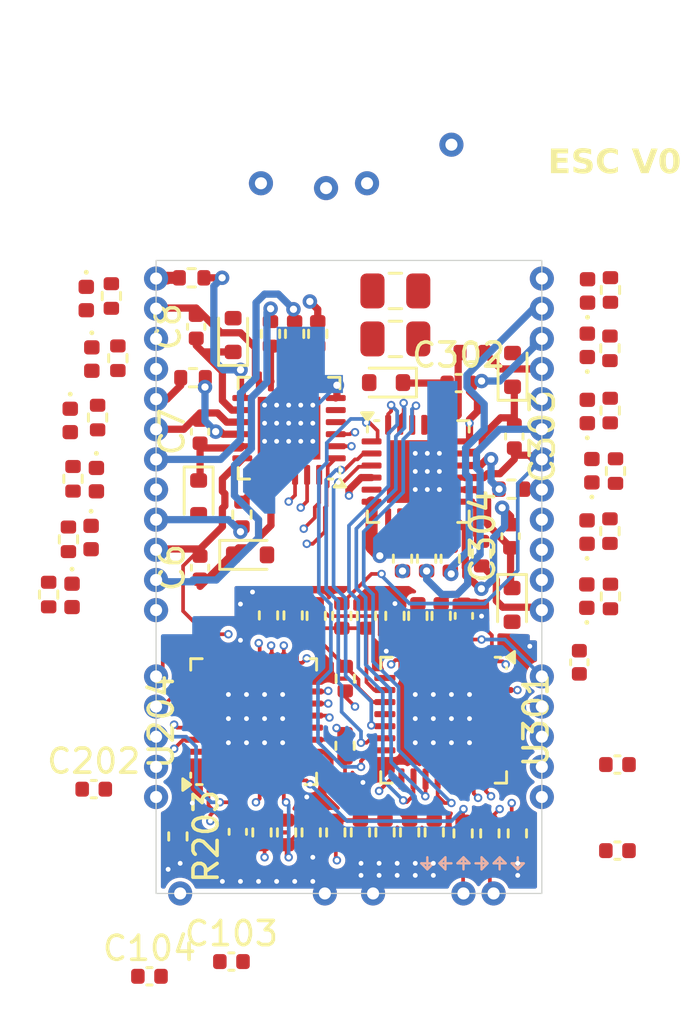
<source format=kicad_pcb>
(kicad_pcb (version 20241229) (generator "pcbnew") (generator_version "9.0")
  (layers (0 "F.Cu" signal) (4 "In1.Cu" signal) (6 "In2.Cu" signal) (2 "B.Cu" signal) (13 "F.Paste" user) (15 "B.Paste" user) (5 "F.SilkS" user "F.Silkscreen") (7 "B.SilkS" user "B.Silkscreen") (1 "F.Mask" user) (3 "B.Mask" user) (25 "Edge.Cuts" user))
  (net 0 "")
  (net 1 "GND")
  (net 2 "+3V3")
  (net 3 "/ESC1/VB1")
  (net 4 "/ESC1/VS1")
  (net 5 "/ESC1/VB2")
  (net 6 "/ESC1/VS2")
  (net 7 "/ESC1/VB3")
  (net 8 "/ESC1/VS3")
  (net 9 "/ESC1/PWM")
  (net 10 "/ESC1/BOOT0")
  (net 11 "/ESC1/SENS_A")
  (net 12 "/ESC1/COMP")
  (net 13 "/ESC1/SENS_B")
  (net 14 "/ESC1/SENS_C")
  (net 15 "/ESC1/HO1")
  (net 16 "/ESC1/LO1")
  (net 17 "/ESC1/HO2")
  (net 18 "/ESC1/LO2")
  (net 19 "/ESC1/HO3")
  (net 20 "/ESC1/LO3")
  (net 24 "VDD")
  (net 26 "/ESC1/NRST")
  (net 27 "/ESC1/GATE_AL")
  (net 28 "/ESC1/GATE_AH")
  (net 29 "/ESC1/SWDIO")
  (net 30 "/ESC1/GATE_BH")
  (net 31 "/ESC1/GATE_BL")
  (net 32 "/ESC1/GATE_CH")
  (net 33 "/ESC1/SWCLK")
  (net 34 "/ESC1/GATE_CL")
  (net 39 "Net-(D101-K)")
  (net 40 "Net-(D102-K)")
  (net 41 "Net-(D103-K)")
  (net 42 "Net-(D104-K)")
  (net 43 "Net-(D105-K)")
  (net 44 "Net-(D106-K)")
  (net 45 "Net-(D107-K)")
  (net 46 "Net-(D108-K)")
  (net 47 "Net-(D109-K)")
  (net 48 "Net-(D110-K)")
  (net 49 "Net-(D111-K)")
  (net 50 "Net-(D112-K)")
  (net 51 "/ESC1/TELEMETRY_TX")
  (net 52 "/ESC1/TELEMETRY_RX")
  (net 53 "/ESC2/VS1")
  (net 54 "/ESC2/VB1")
  (net 55 "/ESC2/VS2")
  (net 56 "/ESC2/VB2")
  (net 57 "/ESC2/VB3")
  (net 58 "/ESC2/VS3")
  (net 59 "/ESC2/HO1")
  (net 60 "/ESC2/LO1")
  (net 61 "/ESC2/HO2")
  (net 62 "/ESC2/LO2")
  (net 63 "/ESC2/HO3")
  (net 64 "/ESC2/LO3")
  (net 65 "Net-(U204B-PA2)")
  (net 66 "/ESC2/SENS_A")
  (net 67 "/ESC2/COMP")
  (net 68 "/ESC2/SENS_B")
  (net 69 "/ESC2/SENS_C")
  (net 70 "/ESC2/BOOT0")
  (net 71 "/ESC2/PWM")
  (net 72 "Net-(U301B-PA2)")
  (net 73 "/ESC2/NRST")
  (net 74 "/ESC2/TELEMETRY_TX")
  (net 75 "/ESC2/TELEMETRY_RX")
  (net 91 "/ESC2/GATE_CH")
  (net 92 "/ESC2/GATE_AH")
  (net 93 "/ESC2/GATE_BL")
  (net 94 "/ESC2/SWCLK")
  (net 96 "/ESC2/GATE_CL")
  (net 100 "/ESC2/SWDIO")
  (net 102 "/ESC2/GATE_BH")
  (net 103 "/ESC2/GATE_AL")
  (footprint "Resistor_SMD:R_0402_1005Metric" (layer "F.Cu") (at 134.740278 90.234123)
    (property "Reference" "R109" (hide yes))
    (property "Value" "22")
  )
  (footprint "Capacitor_SMD:C_0402_1005Metric" (layer "F.Cu") (at 121.665 83.5 90)
    (property "Reference" "C8")
    (property "Value" "0.22u")
  )
  (footprint "Diode_SMD:D_SOD-523" (layer "F.Cu") (at 121.765 90.575 -90)
    (property "Reference" "D202" (hide yes))
    (property "Value" "1N4148WT")
  )
  (footprint "Castltated_hole:Castlated_Hole" (layer "F.Cu") (at 120 86.5)
    (property "Reference" "U7" (hide yes))
    (property "Value" "~" (hide yes))
  )
  (footprint "Resistor_SMD:R_0402_1005Metric" (layer "F.Cu") (at 127.454495 104.469873 -90)
    (property "Reference" "R21" (hide yes))
    (property "Value" "10K")
  )
  (footprint "Castltated_hole:Castlated_Hole" (layer "F.Cu") (at 136 87.75)
    (property "Reference" "U14" (hide yes))
    (property "Value" "~" (hide yes))
  )
  (footprint "Castltated_hole:Castlated_Hole" (layer "F.Cu") (at 120 92.75 -90)
    (property "Reference" "U105" (hide yes))
    (property "Value" "~" (hide yes))
  )
  (footprint "Capacitor_SMD:C_0402_1005Metric" (layer "F.Cu") (at 132.767309 95.490566 90)
    (property "Reference" "C5" (hide yes))
    (property "Value" "0.1u")
  )
  (footprint "Castltated_hole:Castlated_Hole" (layer "F.Cu") (at 136 89)
    (property "Reference" "U108" (hide yes))
    (property "Value" "~" (hide yes))
  )
  (footprint "Resistor_SMD:R_0402_1005Metric" (layer "F.Cu") (at 139.055 89.485 90)
    (property "Reference" "R117" (hide yes))
    (property "Value" "1M" (hide yes))
  )
  (footprint "Castltated_hole:Castlated_Hole" (layer "F.Cu") (at 120 101.75 180)
    (property "Reference" "U121" (hide yes))
    (property "Value" "~" (hide yes))
  )
  (footprint "Resistor_SMD:R_0402_1005Metric" (layer "F.Cu") (at 116.365 92.315 -90)
    (property "Reference" "R119" (hide yes))
    (property "Value" "1M")
  )
  (footprint "Package_DFN_QFN:UFQFPN-32-1EP_5x5mm_P0.5mm_EP3.5x3.5mm" (layer "F.Cu") (at 131.926995 99.814873 -90)
    (property "Reference" "U301")
    (property "Value" "STM32F051K8")
  )
  (footprint "Resistor_SMD:R_0402_1005Metric" (layer "F.Cu") (at 125.412828 104.469873 90)
    (property "Reference" "R16" (hide yes))
    (property "Value" "10K")
  )
  (footprint "Resistor_SMD:R_0402_1005Metric" (layer "F.Cu") (at 132.734441 104.509435 90)
    (property "Reference" "R202" (hide yes))
    (property "Value" "100R")
  )
  (footprint "Diode_SMD:D_0402_1005Metric" (layer "F.Cu") (at 116.44 87.385 -90)
    (property "Reference" "D108" (hide yes))
    (property "Value" "15V" (hide yes))
  )
  (footprint "Diode_SMD:D_0402_1005Metric" (layer "F.Cu") (at 138.075 89.47 90)
    (property "Reference" "D111" (hide yes))
    (property "Value" "15V" (hide yes))
  )
  (footprint "Castltated_hole:Castlated_Hole" (layer "F.Cu") (at 136 98)
    (property "Reference" "U111" (hide yes))
    (property "Value" "~" (hide yes))
  )
  (footprint "Resistor_SMD:R_0402_1005Metric" (layer "F.Cu") (at 138.835 86.975 90)
    (property "Reference" "R123" (hide yes))
    (property "Value" "10K" (hide yes))
  )
  (footprint "Capacitor_SMD:C_0402_1005Metric" (layer "F.Cu") (at 134.858166 88.051653 -90)
    (property "Reference" "C303")
    (property "Value" "0.22u")
  )
  (footprint "Resistor_SMD:R_0402_1005Metric" (layer "F.Cu") (at 127.846412 98.091304 -90)
    (property "Reference" "R309" (hide yes))
    (property "Value" "10K")
  )
  (footprint "Capacitor_SMD:C_0402_1005Metric" (layer "F.Cu") (at 123.125 109.825)
    (property "Reference" "C103")
    (property "Value" "10uF")
  )
  (footprint "Diode_SMD:D_SOD-523" (layer "F.Cu") (at 129.54 85.815 180)
    (property "Reference" "D304" (hide yes))
    (property "Value" "1N4148WT")
  )
  (footprint "Diode_SMD:D_0402_1005Metric" (layer "F.Cu") (at 117.335 84.84 -90)
    (property "Reference" "D104" (hide yes))
    (property "Value" "15V" (hide yes))
  )
  (footprint "Resistor_SMD:R_0402_1005Metric" (layer "F.Cu") (at 131.825289 95.490566 90)
    (property "Reference" "R311" (hide yes))
    (property "Value" "10K")
  )
  (footprint "Capacitor_SMD:C_0402_1005Metric" (layer "F.Cu") (at 121.825 93.49 90)
    (property "Reference" "C6")
    (property "Value" "0.22u")
  )
  (footprint "Resistor_SMD:R_0402_1005Metric" (layer "F.Cu") (at 116.555 89.805 -90)
    (property "Reference" "R114" (hide yes))
    (property "Value" "10K" (hide yes))
  )
  (footprint "Castltated_hole:Castlated_Hole" (layer "F.Cu") (at 120 82.75 -90)
    (property "Reference" "U110" (hide yes))
    (property "Value" "~" (hide yes))
  )
  (footprint "Capacitor_SMD:C_0402_1005Metric" (layer "F.Cu") (at 139.135 105.224715)
    (property "Reference" "C305" (hide yes))
    (property "Value" "0.1u")
  )
  (footprint "Capacitor_SMD:C_0402_1005Metric" (layer "F.Cu") (at 117.415 102.675)
    (property "Reference" "C202")
    (property "Value" "0.1u")
  )
  (footprint "Resistor_SMD:R_0402_1005Metric" (layer "F.Cu") (at 138.825 84.395 90)
    (property "Reference" "R116" (hide yes))
    (property "Value" "1M" (hide yes))
  )
  (footprint "Resistor_SMD:R_0402_1005Metric" (layer "F.Cu") (at 121.474073 81.470951 180)
    (property "Reference" "R105" (hide yes))
    (property "Value" "22")
  )
  (footprint "Castltated_hole:Castlated_Hole" (layer "F.Cu") (at 136 92.75 -90)
    (property "Reference" "U16" (hide yes))
    (property "Value" "~" (hide yes))
  )
  (footprint "Resistor_SMD:R_0402_1005Metric" (layer "F.Cu") (at 131.221088 93.11832 -90)
    (property "Reference" "R110" (hide yes))
    (property "Value" "22")
  )
  (footprint "Diode_SMD:D_0402_1005Metric" (layer "F.Cu") (at 116.515 94.64 -90)
    (property "Reference" "D102" (hide yes))
    (property "Value" "15V" (hide yes))
  )
  (footprint "Castltated_hole:Castlated_Hole" (layer "F.Cu") (at 120 91.5 -90)
    (property "Reference" "U5" (hide yes))
    (property "Value" "~" (hide yes))
  )
  (footprint "Resistor_SMD:R_0402_1005Metric" (layer "F.Cu") (at 124.391995 104.469873 -90)
    (property "Reference" "R22" (hide yes))
    (property "Value" "10K")
  )
  (footprint "Resistor_SMD:R_0402_1005Metric" (layer "F.Cu") (at 132.202388 93.121712 -90)
    (property "Reference" "R108" (hide yes))
    (property "Value" "22")
  )
  (footprint "Capacitor_SMD:C_0402_1005Metric" (layer "F.Cu") (at 119.725 110.435)
    (property "Reference" "C104")
    (property "Value" "10uF")
  )
  (footprint "Resistor_SMD:R_0402_1005Metric" (layer "F.Cu") (at 121.532653 85.613155 180)
    (property "Reference" "R102" (hide yes))
    (property "Value" "22")
  )
  (footprint "Castltated_hole:Castlated_Hole" (layer "F.Cu") (at 136 95.25 -90)
    (property "Reference" "U15" (hide yes))
    (property "Value" "~" (hide yes))
  )
  (footprint "Resistor_SMD:R_0402_1005Metric" (layer "F.Cu") (at 125.746532 83.795 90)
    (property "Reference" "R104" (hide yes))
    (property "Value" "22")
  )
  (footprint "Resistor_SMD:R_0402_1005Metric" (layer "F.Cu") (at 134.984524 104.509434 -90)
    (property "Reference" "R312" (hide yes))
    (property "Value" "10K")
  )
  (footprint "Castltated_hole:Castlated_Hole" (layer "F.Cu") (at 120 98)
    (property "Reference" "U202" (hide yes))
    (property "Value" "~" (hide yes))
  )
  (footprint "Castltated_hole:Castlated_Hole" (layer "F.Cu") (at 120 90.25 180)
    (property "Reference" "U22" (hide yes))
    (property "Value" "~" (hide yes))
  )
  (footprint "Castltated_hole:Castlated_Hole" (layer "F.Cu") (at 124.35 77.55)
    (property "Reference" "U116" (hide yes))
    (property "Value" "~" (hide yes))
  )
  (footprint "Resistor_SMD:R_0402_1005Metric" (layer "F.Cu") (at 131.537828 104.469873 90)
    (property "Reference" "R19" (hide yes))
    (property "Value" "1K")
  )
  (footprint "Resistor_SMD:R_0402_1005Metric" (layer "F.Cu") (at 138.845 94.685 90)
    (property "Reference" "R118" (hide yes))
    (property "Value" "1M" (hide yes))
  )
  (footprint "Resistor_SMD:R_0402_1005Metric" (layer "F.Cu") (at 128.725328 95.490566 -90)
    (property "Reference" "R307" (hide yes))
    (property "Value" "1K")
  )
  (footprint "Castltated_hole:Castlated_Hole" (layer "F.Cu") (at 129 107 90)
    (property "Reference" "U118" (hide yes))
    (property "Value" "~" (hide yes))
  )
  (footprint "Resistor_SMD:R_0402_1005Metric" (layer "F.Cu") (at 127.704495 95.490566 90)
    (property "Reference" "R310" (hide yes))
    (property "Value" "10K")
  )
  (footprint "Diode_SMD:D_SOD-523" (layer "F.Cu") (at 134.785 85.29 90)
    (property "Reference" "D301" (hide yes))
    (property "Value" "1N4148WT")
  )
  (footprint "Resistor_SMD:R_0402_1005Metric" (layer "F.Cu") (at 129.496162 104.469873 90)
    (property "Reference" "R15" (hide yes))
    (property "Value" "10K")
  )
  (footprint "Castltated_hole:Castlated_Hole" (layer "F.Cu") (at 120 103 180)
    (property "Reference" "U122" (hide yes))
    (property "Value" "~" (hide yes))
  )
  (footprint "Diode_SMD:D_0402_1005Metric" (layer "F.Cu") (at 117.305 92.24 -90)
    (property "Reference" "D101" (hide yes))
    (property "Value" "15V" (hide yes))
  )
  (footprint "Castltated_hole:Castlated_Hole" (layer "F.Cu") (at 136 91.5)
    (property "Reference" "U114" (hide yes))
    (property "Value" "~" (hide yes))
  )
  (footprint "Castltated_hole:Castlated_Hole" (layer "F.Cu") (at 128.75 77.55)
    (property "Reference" "U103" (hide yes))
    (property "Value" "~" (hide yes))
  )
  (footprint "Package_DFN_QFN:QFN-24-1EP_4x4mm_P0.5mm_EP2.6x2.6mm" (layer "F.Cu") (at 125.514408 87.705413 180)
    (property "Reference" "U25" (hide yes))
    (property "Value" "FD6288Q")
  )
  (footprint "Castltated_hole:Castlated_Hole" (layer "F.Cu") (at 136 82.75 90)
    (property "Reference" "U12" (hide yes))
    (property "Value" "~" (hide yes))
  )
  (footprint "Resistor_SMD:R_0402_1005Metric" (layer "F.Cu") (at 130.516995 104.469873 90)
    (property "Reference" "R14" (hide yes))
    (property "Value" "10K")
  )
  (footprint "Castltated_hole:Castlated_Hole" (layer "F.Cu") (at 120 81.5 -90)
    (property "Reference" "U9" (hide yes))
    (property "Value" "~" (hide yes))
  )
  (footprint "Capacitor_SMD:C_0402_1005Metric" (layer "F.Cu") (at 137.555 97.415 -90)
    (property "Reference" "C306" (hide yes))
    (property "Value" "0.1u")
  )
  (footprint "Diode_SMD:D_0402_1005Metric" (layer "F.Cu") (at 137.895 82.015 90)
    (property "Reference" "D105" (hide yes))
    (property "Value" "15V" (hide yes))
  )
  (footprint "Capacitor_SMD:C_0402_1005Metric" (layer "F.Cu") (at 134.703835 92.185584 90)
    (property "Reference" "C304")
    (property "Value" "0.22u")
  )
  (footprint "Castltated_hole:Castlated_Hole" (layer "F.Cu") (at 120 87.75 -90)
    (property "Reference" "U106" (hide yes))
    (property "Value" "~" (hide yes))
  )
  (footprint "Resistor_SMD:R_0402_1005Metric" (layer "F.Cu") (at 129.906995 95.490566 -90)
    (property "Reference" "R306" (hide yes))
    (property "Value" "1K")
  )
  (footprint "Castltated_hole:Castlated_Hole" (layer "F.Cu") (at 132.25 75.95)
    (property "Reference" "U19" (hide yes))
    (property "Value" "~" (hide yes))
  )
  (footprint "Resistor_SMD:R_0402_1005Metric" (layer "F.Cu") (at 133.114719 84.569715)
    (property "Reference" "R107" (hide yes))
    (property "Value" "22")
  )
  (footprint "Castltated_hole:Castlated_Hole" (layer "F.Cu") (at 136 90.25)
    (property "Reference" "U13" (hide yes))
    (property "Value" "~" (hide yes))
  )
  (footprint "Castltated_hole:Castlated_Hole" (layer "F.Cu") (at 120 95.25 180)
    (property "Reference" "U20" (hide yes))
    (property "Value" "~" (hide yes))
  )
  (footprint "Resistor_SMD:R_0402_1005Metric" (layer "F.Cu") (at 138.825 91.975 90)
    (property "Reference" "R124" (hide yes))
    (property "Value" "10K" (hide yes))
  )
  (footprint "Resistor_SMD:R_0402_1005Metric" (layer "F.Cu") (at 124.745 83.795 90)
    (property "Reference" "R101" (hide yes))
    (property "Value" "22")
  )
  (footprint "Diode_SMD:D_0402_1005Metric" (layer "F.Cu") (at 117.105 82.33 -90)
    (property "Reference" "D109" (hide yes))
    (property "Value" "15V" (hide yes))
  )
  (footprint "Resistor_SMD:R_0402_1005Metric" (layer "F.Cu") (at 133.501098 92.909202 -90)
    (property "Reference" "R111" (hide yes))
    (property "Value" "22")
  )
  (footprint "Castltated_hole:Castlated_Hole" (layer "F.Cu") (at 132.75 107)
    (property "Reference" "U3" (hide yes))
    (property "Value" "~" (hide yes))
  )
  (footprint "Castltated_hole:Castlated_Hole" (layer "F.Cu") (at 136 81.5)
    (property "Reference" "U113" (hide yes))
    (property "Value" "~" (hide yes))
  )
  (footprint "Castltated_hole:Castlated_Hole" (layer "F.Cu") (at 120 84 -90)
    (property "Reference" "U10" (hide yes))
    (property "Value" "~" (hide yes))
  )
  (footprint "Castltated_hole:Castlated_Hole" (layer "F.Cu") (at 136 86.5)
    (property "Reference" "U115" (hide yes))
    (property "Value" "~" (hide yes))
  )
  (footprint "Resistor_SMD:R_0402_1005Metric" (layer "F.Cu") (at 138.845 81.975 90)
    (property "Reference" "R122" (hide yes))
    (property "Value" "10K" (hide yes))
  )
  (footprint "Diode_SMD:D_0402_1005Metric" (layer "F.Cu") (at 137.885 84.27 90)
    (property "Reference" "D110" (hide yes))
    (property "Value" "15V" (hide yes))
  )
  (footprint "Diode_SMD:D_0402_1005Metric" (layer "F.Cu") (at 137.885 87.015 90)
    (property "Reference" "D106" (hide yes))
    (property "Value" "15V" (hide yes))
  )
  (footprint "Diode_SMD:D_0402_1005Metric" (layer "F.Cu") (at 137.875 92.015 90)
    (property "Reference" "D107" (hide yes))
    (property "Value" "15V" (hide yes))
  )
  (footprint "Resistor_SMD:R_0402_1005Metric" (layer "F.Cu") (at 115.545 94.605 -90)
    (property "Reference" "R113" (hide yes))
    (property "Value" "10K")
  )
  (footprint "Resistor_SMD:R_0402_1005Metric" (layer "F.Cu") (at 130.221339 93.120016 -90)
    (property "Reference" "R112" (hide yes))
    (property "Value" "22")
  )
  (footprint "Resistor_SMD:R_0402_1005Metric" (layer "F.Cu") (at 124.662828 95.469873 -90)
    (property "Reference" "R308" (hide yes))
    (property "Value" "1K")
  )
  (footprint "Package_DFN_QFN:QFN-24-1EP_4x4mm_P0.5mm_EP2.6x2.6mm" (layer "F.Cu") (at 130.875 89.505)
    (property "Reference" "U302" (hide yes))
    (property "Value" "FD6288Q")
  )
  (footprint "Castltated_hole:Castlated_Hole" (layer "F.Cu") (at 120 89)
    (property "Reference" "U8" (hide yes))
    (property "Value" "~" (hide yes))
  )
  (footprint "Resistor_SMD:R_0402_1005Metric" (layer "F.Cu") (at 130.856995 95.490566 -90)
    (property "Reference" "R305" (hide yes))
    (property "Value" "10K")
  )
  (footprint "Castltated_hole:Castlated_Hole" (layer "F.Cu") (at 120 99.25)
    (property "Reference" "U201" (hide yes))
    (property "Value" "~" (hide yes))
  )
  (footprint "Resistor_SMD:R_0402_1005Metric" (layer "F.Cu") (at 126.641995 95.490566 -90)
    (property "Reference" "R304" (hide yes))
    (property "Value" "10K")
  )
  (footprint "Castltated_hole:Castlated_Hole" (layer "F.Cu") (at 136 100.5)
    (property "Reference" "U119" (hide yes))
    (property "Value" "~" (hide yes))
  )
  (footprint "Resistor_SMD:R_0402_1005Metric" (layer "F.Cu") (at 123.56133 91.285406 -90)
    (property "Reference" "R103" (hide yes))
    (property "Value" "22")
  )
  (footprint "Castltated_hole:Castlated_Hole" (layer "F.Cu") (at 127 107 90)
    (property "Reference" "U117" (hide yes))
    (property "Value" "~" (hide yes))
  )
  (footprint "Resistor_SMD:R_0402_1005Metric" (layer "F.Cu") (at 133.844159 104.509434 90)
    (property "Reference" "R313" (hide yes))
    (property "Value" "100R")
  )
  (footprint "Castltated_hole:Castlated_Hole" (layer "F.Cu") (at 136 103)
    (property "Reference" "U304" (hide yes))
    (property "Value" "~" (hide yes))
  )
  (footprint "Castltated_hole:Castlated_Hole" (layer "F.Cu") (at 136 85.25 90)
    (property "Reference" "U11" (hide yes))
    (property "Value" "~" (hide yes))
  )
  (footprint "Package_DFN_QFN:UFQFPN-32-1EP_5x5mm_P0.5mm_EP3.5x3.5mm" (layer "F.Cu") (at 124.046995 99.874873 90)
    (property "Reference" "U204")
    (property "Value" "STM32F051K8")
  )
  (footprint "Capacitor_SMD:C_0402_1005Metric" (layer "F.Cu") (at 132.551654 85.834836)
    (property "Reference" "C302")
    (property "Value" "0.22u")
  )
  (footprint "Castltated_hole:Castlated_Hole" (layer "F.Cu") (at 121 107)
    (property "Reference" "U102" (hide yes))
    (property "Value" "~" (hide yes))
  )
  (footprint "Resistor_SMD:R_0402_1005Metric" (layer "F.Cu") (at 117.575 87.265 -90)
    (property "Reference" "R120" (hide yes))
    (property "Value" "1M")
  )
  (footprint "Castltated_hole:Castlated_Hole" (layer "F.Cu") (at 136 84)
    (property "Reference" "U107" (hide yes))
    (property "Value" "~" (hide yes))
  )
  (footprint "Resistor_SMD:R_0402_1005Metric" (layer "F.Cu") (at 126.433662 104.469873 90)
    (property "Reference" "R17" (hide yes))
    (property "Value" "1K")
  )
  (footprint "Resistor_SMD:R_0402_1005Metric" (layer "F.Cu") (at 128.475328 104.469873 90)
    (property "Reference" "R18" (hide yes))
    (property "Value" "1K")
  )
  (footprint "Castltated_hole:Castlated_Hole" (layer "F.Cu") (at 127.05 77.75)
    (property "Reference" "U104" (hide yes))
    (property "Value" "~" (hide yes))
  )
  (footprint "Castltated_hole:Castlated_Hole" (layer "F.Cu") (at 120 85.25 180)
    (property "Reference" "U21" (hide yes))
    (property "Value" "~" (hide yes))
  )
  (footprint "Resistor_SMD:R_0402_1005Metric" (layer "F.Cu") (at 118.415 84.805 -90)
    (property "Reference" "R115" (hide yes))
    (property "Value" "10K" (hide yes))
  )
  (footprint "Capacitor_SMD:C_0805_2012Metric" (layer "F.Cu") (at 129.925 82.015)
    (property "Reference" "C102" (hide yes))
    (property "Value" "22uF" (hide yes))
  )
  (footprint "Castltated_hole:Castlated_Hole" (layer "F.Cu") (at 134 107)
    (property "Reference" "U4" (hide yes))
    (property "Value" "~" (hide yes))
  )
  (footprint "Castltated_hole:Castlated_Hole" (layer "F.Cu") (at 136 99.25)
    (property "Reference" "U120" (hide yes))
    (property "Value" "~" (hide yes))
  )
  (footprint "Diode_SMD:D_SOD-523" (layer "F.Cu") (at 123.9 92.96)
    (property "Reference" "D201" (hide yes))
    (property "Value" "1N4148WT")
  )
  (footprint "Diode_SMD:D_SOD-523" (layer "F.Cu") (at 123.194914 83.844686 90)
    (property "Reference" "D203" (hide yes))
    (property "Value" "1N4148WT")
  )
  (footprint "Capacitor_SMD:C_0402_1005Metric" (layer "F.Cu") (at 121.825 87.85 90)
    (property "Reference" "C7")
    (property "Value" "0.22u")
  )
  (footprint "Capacitor_SMD:C_0805_2012Metric" (layer "F.Cu") (at 129.925 84.005)
    (property "Reference" "C101" (hide yes))
    (property "Value" "22uF")
  )
  (footprint "Resistor_SMD:R_0402_1005Metric" (layer "F.Cu") (at 118.145 82.225 -90)
    (property "Reference" "R121" (hide yes))
    (property "Value" "1M")
  )
  (footprint "Castltated_hole:Castlated_Hole" (layer "F.Cu") (at 136 94 -90)
    (property "Reference" "U109" (hide yes))
    (property "Value" "~" (hide yes))
  )
  (footprint "Castltated_hole:Castlated_Hole" (layer "F.Cu") (at 136 101.75)
    (property "Reference" "U303" (hide yes))
    (property "Value" "~" (hide yes))
  )
  (footprint "Resistor_SMD:R_0402_1005Metric" (layer "F.Cu") (at 120.905 104.635 -90)
    (property "Reference" "R203")
    (property "Value" "10K")
  )
  (footprint "Capacitor_SMD:C_0402_1005Metric" (layer "F.Cu") (at 123.389574 104.443684 -90)
    (property "Reference" "C301" (hide yes))
    (property "Value" "0.1u")
  )
  (footprint "Resistor_SMD:R_0402_1005Metric" (layer "F.Cu") (at 126.705 83.795 90)
    (property "Reference" "R106" (hide yes))
    (property "Value" "22")
  )
  (footprint "Resistor_SMD:R_0402_1005Metric" (layer "F.Cu") (at 125.683662 95.469873 -90)
    (property "Reference" "R303" (hide yes))
    (property "Value" "10K")
  )
  (footprint "Diode_SMD:D_SOD-523" (layer "F.Cu") (at 134.764496 95.034026 -90)
    (property "Reference" "D302" (hide yes))
    (property "Value" "1N4148WT")
  )
  (footprint "Castltated_hole:Castlated_Hole" (layer "F.Cu") (at 120 100.5)
    (property "Reference" "U112" (hide yes))
    (property "Value" "~" (hide yes))
  )
  (footprint "Capacitor_SMD:C_0402_1005Metric" (layer "F.Cu") (at 139.135 101.654715)
    (property "Reference" "C201" (hide yes))
    (property "Value" "0.1u")
  )
  (footprint "Castltated_hole:Castlated_Hole" (layer "F.Cu") (at 120 94 -90)
    (property "Reference" "U6" (hide yes))
    (property "Value" "~" (hide yes))
  )
  (footprint "Diode_SMD:D_0402_1005Metric" (layer "F.Cu") (at 117.525 89.84 -90)
    (property "Reference" "D103" (hide yes))
    (property "Value" "15V" (hide yes))
  )
  (footprint "Diode_SMD:D_0402_1005Metric" (layer "F.Cu") (at 137.865 94.67 90)
    (property "Reference" "D112" (hide yes))
    (property "Value" "15V" (hide yes))
  )
  (footprint "Resistor_SMD:R_0402_1005Metric" (layer "F.Cu") (at 127.837232 100.878898 90)
    (property "Reference" "R20" (hide yes))
    (property "Value" "10K")
  )
  (gr_poly (pts (xy 129 92.25) (xy 129 93.116092) (xy 132.133908 93.116092) (xy 132.637439 92.612561) (xy 132.637439 89.887439) (xy 132.5 89.75) (xy 132.5 85.75) (xy 131.25 85.75) (xy 131.25 88.25) (xy 130.5 88.25) (xy 130.5 90.75)) (fill yes) (layers "B.Cu" "B.Mask") (net 1))
  (gr_poly (pts (xy 130.5 100.75) (xy 132 102.5) (xy 134.75 102.5) (xy 134.75 99) (xy 133.75 97.75) (xy 130.5 97.75)) (fill yes) (layers "B.Cu" "B.Mask") (net 1))
  (gr_poly (pts (xy 124.458333 102.5) (xy 126.25 100.964285) (xy 126.25 97.75) (xy 123.3125 97.75) (xy 122 98.8) (xy 122 102.5)) (fill yes) (layers "B.Cu" "B.Mask") (net 1))
  (gr_poly (pts (xy 124.318298 86.681702) (xy 124.318298 88.681702) (xy 123.60582 89.39418) (xy 123.60582 90.35582) (xy 124.5 91.25) (xy 124.943236 91.25) (xy 124.943236 90.556764) (xy 126.75 88.75) (xy 126.75 86.25) (xy 127.75 86.25) (xy 127.75 85.5) (xy 127 85.5) (xy 127 83.5) (xy 125 83.5) (xy 125 86)) (fill yes) (layers "B.Cu" "B.Mask") (net 1))
  (gr_line (start 133.5 106) (end 133.75 105.75) (stroke (width 0.1)) (layer "B.SilkS"))
  (gr_line (start 134.5 105.75) (end 134 105.75) (stroke (width 0.1)) (layer "B.SilkS"))
  (gr_line (start 131.5 105.75) (end 131 105.75) (stroke (width 0.1)) (layer "B.SilkS"))
  (gr_line (start 135 106) (end 135.25 105.75) (stroke (width 0.1)) (layer "B.SilkS"))
  (gr_line (start 132.75 106) (end 132.75 105.5) (stroke (width 0.1)) (layer "B.SilkS"))
  (gr_line (start 131.25 106) (end 131.25 105.5) (stroke (width 0.1)) (layer "B.SilkS"))
  (gr_line (start 134.75 105.75) (end 135 106) (stroke (width 0.1)) (layer "B.SilkS"))
  (gr_line (start 132.25 105.75) (end 131.75 105.75) (stroke (width 0.1)) (layer "B.SilkS"))
  (gr_line (start 135 105.5) (end 135 106) (stroke (width 0.1)) (layer "B.SilkS"))
  (gr_line (start 132.5 105.75) (end 132.75 105.5) (stroke (width 0.1)) (layer "B.SilkS"))
  (gr_line (start 133.75 105.75) (end 133.5 105.5) (stroke (width 0.1)) (layer "B.SilkS"))
  (gr_line (start 131.75 105.75) (end 132 105.5) (stroke (width 0.1)) (layer "B.SilkS"))
  (gr_line (start 131 105.75) (end 131.25 106) (stroke (width 0.1)) (layer "B.SilkS"))
  (gr_line (start 132 105.5) (end 132 106) (stroke (width 0.1)) (layer "B.SilkS"))
  (gr_line (start 133 105.75) (end 132.5 105.75) (stroke (width 0.1)) (layer "B.SilkS"))
  (gr_line (start 134.25 106) (end 134.25 105.5) (stroke (width 0.1)) (layer "B.SilkS"))
  (gr_line (start 133.5 105.5) (end 133.5 106) (stroke (width 0.1)) (layer "B.SilkS"))
  (gr_line (start 134 105.75) (end 134.25 105.5) (stroke (width 0.1)) (layer "B.SilkS"))
  (gr_line (start 132.75 105.5) (end 133 105.75) (stroke (width 0.1)) (layer "B.SilkS"))
  (gr_line (start 135.25 105.75) (end 134.75 105.75) (stroke (width 0.1)) (layer "B.SilkS"))
  (gr_line (start 134.25 105.5) (end 134.5 105.75) (stroke (width 0.1)) (layer "B.SilkS"))
  (gr_line (start 133.25 105.75) (end 133.75 105.75) (stroke (width 0.1)) (layer "B.SilkS"))
  (gr_line (start 131.25 106) (end 131.5 105.75) (stroke (width 0.1)) (layer "B.SilkS"))
  (gr_line (start 132 106) (end 131.75 105.75) (stroke (width 0.1)) (layer "B.SilkS"))
  (gr_rect (start 120 80.75) (end 136 107) (stroke (width 0.05)) (fill no) (layer "Edge.Cuts"))
  (gr_text "ESC V0" (at 136.25 77.3 0) (layer "F.SilkS") (effects (font (size 1 1) (thickness 0.25) (bold yes)) (justify left bottom)))
  (segment (start 128.9375 92.6589) (end 128.9375 90.7834) (width 0.5) (layer "F.Cu") (net 1))
  (segment (start 129.2786 93) (end 128.9375 92.6589) (width 0.5) (layer "F.Cu") (net 1))
  (segment (start 127.5 86.407321) (end 127.451908 86.455413) (width 0.3) (layer "F.Cu") (net 1))
  (segment (start 127.5 85.925) (end 127.5 86.407321) (width 0.3) (layer "F.Cu") (net 1))
  (via (at 121.5 103.25) (size 0.35) (drill 0.2) (layers "F.Cu" "B.Cu") (net 1))
  (via (at 128.5 106.25) (size 0.35) (drill 0.2) (layers "F.Cu" "B.Cu") (net 1))
  (via (at 126.5 106.5) (size 0.35) (drill 0.2) (layers "F.Cu" "B.Cu") (net 1))
  (via (at 129.25 106.25) (size 0.35) (drill 0.2) (layers "F.Cu" "B.Cu") (net 1))
  (via (at 130.75 100.75) (size 0.35) (drill 0.2) (layers "F.Cu" "B.Cu") (net 1))
  (via (at 125.5 88.25) (size 0.35) (drill 0.2) (layers "F.Cu" "B.Cu") (net 1))
  (via (at 125 86.75) (size 0.35) (drill 0.2) (layers "F.Cu" "B.Cu") (net 1))
  (via (at 131.5 98.75) (size 0.35) (drill 0.2) (layers "F.Cu" "B.Cu") (net 1))
  (via (at 128.580123 102.397267) (size 0.35) (drill 0.2) (layers "F.Cu" "B.Cu") (net 1))
  (via (at 132.25 99.75) (size 0.35) (drill 0.2) (layers "F.Cu" "B.Cu") (net 1))
  (via (at 124.5 88.25) (size 0.35) (drill 0.2) (layers "F.Cu" "B.Cu") (net 1))
  (via (at 127.5 85.925) (size 0.6) (drill 0.3) (layers "F.Cu" "B.Cu") (net 1))
  (via (at 124.5 86.75) (size 0.35) (drill 0.2) (layers "F.Cu" "B.Cu") (net 1))
  (via (at 130.75 106.25) (size 0.35) (drill 0.2) (layers "F.Cu" "B.Cu") (net 1))
  (via (at 124.25 106.5) (size 0.35) (drill 0.2) (layers "F.Cu" "B.Cu") (net 1))
  (via (at 123.75 98.75) (size 0.35) (drill 0.2) (layers "F.Cu" "B.Cu") (net 1))
  (via (at 129.2786 93) (size 0.6) (drill 0.3) (layers "F.Cu" "B.Cu") (net 1))
  (via (at 132.25 100.75) (size 0.35) (drill 0.2) (layers "F.Cu" "B.Cu") (net 1))
  (via (at 126.5 86.75) (size 0.35) (drill 0.2) (layers "F.Cu" "B.Cu") (net 1))
  (via (at 125.25 100.75) (size 0.35) (drill 0.2) (layers "F.Cu" "B.Cu") (net 1))
  (via (at 131.75 89.5) (size 0.35) (drill 0.2) (layers "F.Cu" "B.Cu") (net 1))
  (via (at 130.75 88.75) (size 0.35) (drill 0.2) (layers "F.Cu" "B.Cu") (net 1))
  (via (at 131.25 90.25) (size 0.35) (drill 0.2) (layers "F.Cu" "B.Cu") (net 1))
  (via (at 126.5 88.25) (size 0.35) (drill 0.2) (layers "F.Cu" "B.Cu") (net 1))
  (via (at 131.5 100.75) (size 0.35) (drill 0.2) (layers "F.Cu" "B.Cu") (net 1))
  (via (at 130.75 98.75) (size 0.35) (drill 0.2) (layers "F.Cu" "B.Cu") (net 1))
  (via (at 129.547673 96.952945) (size 0.35) (drill 0.2) (layers "F.Cu" "B.Cu") (net 1))
  (via (at 123.75 100.75) (size 0.35) (drill 0.2) (layers "F.Cu" "B.Cu") (net 1))
  (via (at 124 94.5) (size 0.35) (drill 0.2) (layers "F.Cu" "B.Cu") (net 1))
  (via (at 125.25 99.75) (size 0.35) (drill 0.2) (layers "F.Cu" "B.Cu") (net 1))
  (via (at 126.25 103) (size 0.35) (drill 0.2) (layers "F.Cu" "B.Cu") (net 1))
  (via (at 124.5 100.75) (size 0.35) (drill 0.2) (layers "F.Cu" "B.Cu") (net 1))
  (via (at 130.75 90.25) (size 0.35) (drill 0.2) (layers "F.Cu" "B.Cu") (net 1))
  (via (at 125.5 86.75) (size 0.35) (drill 0.2) (layers "F.Cu" "B.Cu") (net 1))
  (via (at 131.25 88.75) (size 0.35) (drill 0.2) (layers "F.Cu" "B.Cu") (net 1))
  (via (at 120.5 106) (size 0.35) (drill 0.2) (layers "F.Cu" "B.Cu") (net 1))
  (via (at 133 99.75) (size 0.35) (drill 0.2) (layers "F.Cu" "B.Cu") (net 1))
  (via (at 123 100.75) (size 0.35) (drill 0.2) (layers "F.Cu" "B.Cu") (net 1))
  (via (at 129.906995 94.980566) (size 0.35) (drill 0.2) (layers "F.Cu" "B.Cu") (net 1))
  (via (at 131.25 89.5) (size 0.35) (drill 0.2) (layers "F.Cu" "B.Cu") (net 1))
  (via (at 131.5 99.75) (size 0.35) (drill 0.2) (layers "F.Cu" "B.Cu") (net 1))
  (via (at 126.5 87.5) (size 0.35) (drill 0.2) (layers "F.Cu" "B.Cu") (net 1))
  (via (at 135 106.25) (size 0.35) (drill 0.2) (layers "F.Cu" "B.Cu") (net 1))
  (via (at 124.5 87.5) (size 0.35) (drill 0.2) (layers "F.Cu" "B.Cu") (net 1))
  (via (at 121 105.75) (size 0.35) (drill 0.2) (layers "F.Cu" "B.Cu") (net 1))
  (via (at 123 99.75) (size 0.35) (drill 0.2) (layers "F.Cu" "B.Cu") (net 1))
  (via (at 124.5 99.75) (size 0.35) (drill 0.2) (layers "F.Cu" "B.Cu") (net 1))
  (via (at 125.5 87.5) (size 0.35) (drill 0.2) (layers "F.Cu" "B.Cu") (net 1))
  (via (at 125 88.25) (size 0.35) (drill 0.2) (layers "F.Cu" "B.Cu") (net 1))
  (via (at 131.5 106.25) (size 0.35) (drill 0.2) (layers "F.Cu" "B.Cu") (net 1))
  (via (at 130 105.75) (size 0.35) (drill 0.2) (layers "F.Cu" "B.Cu") (net 1))
  (via (at 126 86.75) (size 0.35) (drill 0.2) (layers "F.Cu" "B.Cu") (net 1))
  (via (at 123.75 99.75) (size 0.35) (drill 0.2) (layers "F.Cu" "B.Cu") (net 1))
  (via (at 125 106.5) (size 0.35) (drill 0.2) (layers "F.Cu" "B.Cu") (net 1))
  (via (at 124.5 98.75) (size 0.35) (drill 0.2) (layers "F.Cu" "B.Cu") (net 1))
  (via (at 123.5 95) (size 0.35) (drill 0.2) (layers "F.Cu" "B.Cu") (net 1))
  (via (at 135 105.75) (size 0.35) (drill 0.2) (layers "F.Cu" "B.Cu") (net 1))
  (via (at 132.25 98.75) (size 0.35) (drill 0.2) (layers "F.Cu" "B.Cu") (net 1))
  (via (at 125 87.5) (size 0.35) (drill 0.2) (layers "F.Cu" "B.Cu") (net 1))
  (via (at 123 98.75) (size 0.35) (drill 0.2) (layers "F.Cu" "B.Cu") (net 1))
  (via (at 130.75 99.75) (size 0.35) (drill 0.2) (layers "F.Cu" "B.Cu") (net 1))
  (via (at 133 100.75) (size 0.35) (drill 0.2) (layers "F.Cu" "B.Cu") (net 1))
  (via (at 123.5 96.5) (size 0.35) (drill 0.2) (layers "F.Cu" "B.Cu") (net 1))
  (via (at 130.75 89.5) (size 0.35) (drill 0.2) (layers "F.Cu" "B.Cu") (net 1))
  (via (at 126.5 105.5) (size 0.35) (drill 0.2) (layers "F.Cu" "B.Cu") (net 1))
  (via (at 122.75 106.5) (size 0.35) (drill 0.2) (layers "F.Cu" "B.Cu") (net 1))
  (via (at 135.5 96.75) (size 0.35) (drill 0.2) (layers "F.Cu" "B.Cu") (net 1))
  (via (at 126 88.25) (size 0.35) (drill 0.2) (layers "F.Cu" "B.Cu") (net 1))
  (via (at 125.25 98.75) (size 0.35) (drill 0.2) (layers "F.Cu" "B.Cu") (net 1))
  (via (at 130 106.25) (size 0.35) (drill 0.2) (layers "F.Cu" "B.Cu") (net 1))
  (via (at 131.5 105.75) (size 0.35) (drill 0.2) (layers "F.Cu" "B.Cu") (net 1))
  (via (at 130.75 105.75) (size 0.35) (drill 0.2) (layers "F.Cu" "B.Cu") (net 1))
  (via (at 129.25 105.75) (size 0.35) (drill 0.2) (layers "F.Cu" "B.Cu") (net 1))
  (via (at 125.75 106.5) (size 0.35) (drill 0.2) (layers "F.Cu" "B.Cu") (net 1))
  (via (at 133.5 95.5) (size 0.35) (drill 0.2) (layers "F.Cu" "B.Cu") (net 1))
  (via (at 131.75 90.25) (size 0.35) (drill 0.2) (layers "F.Cu" "B.Cu") (net 1))
  (via (at 123.5 106.5) (size 0.35) (drill 0.2) (layers "F.Cu" "B.Cu") (net 1))
  (via (at 131.75 88.75) (size 0.35) (drill 0.2) (layers "F.Cu" "B.Cu") (net 1))
  (via (at 126 87.5) (size 0.35) (drill 0.2) (layers "F.Cu" "B.Cu") (net 1))
  (via (at 128.5 105.75) (size 0.35) (drill 0.2) (layers "F.Cu" "B.Cu") (net 1))
  (via (at 133 98.75) (size 0.35) (drill 0.2) (layers "F.Cu" "B.Cu") (net 1))
  (segment (start 126.5 86.75) (end 126.675 86.75) (width 0.1524) (layer "B.Cu") (net 1))
  (segment (start 130.75 91.5286) (end 129.2786 93) (width 0.1524) (layer "B.Cu") (net 1))
  (segment (start 130.75 90.25) (end 130.75 91.5286) (width 0.1524) (layer "B.Cu") (net 1))
  (segment (start 126.675 86.75) (end 127.5 85.925) (width 0.1524) (layer "B.Cu") (net 1))
  (segment (start 129.747627 102.252373) (end 129.25 102.75) (width 0.1524) (layer "F.Cu") (net 2))
  (segment (start 122.25 103.75) (end 122.25 104) (width 0.1524) (layer "F.Cu") (net 2))
  (segment (start 122.408984 103.591016) (end 122.25 103.75) (width 0.1524) (layer "F.Cu") (net 2))
  (segment (start 122.171996 103.354027) (end 122.171996 102.437372) (width 0.1524) (layer "F.Cu") (net 2))
  (segment (start 122.781653 103.963684) (end 122.408984 103.591016) (width 0.1524) (layer "F.Cu") (net 2))
  (segment (start 134.377373 97.377373) (end 134.5 97.5) (width 0.1524) (layer "F.Cu") (net 2))
  (segment (start 131.676995 96.988223) (end 131.676995 97.377373) (width 0.1524) (layer "F.Cu") (net 2))
  (segment (start 122.408984 103.591016) (end 122.171996 103.354027) (width 0.1524) (layer "F.Cu") (net 2))
  (segment (start 124.296995 103.064873) (end 124.141995 103.219873) (width 0.1524) (layer "F.Cu") (net 2))
  (segment (start 126.062627 97.437373) (end 126.25 97.25) (width 0.1524) (layer "F.Cu") (net 2))
  (segment (start 124.296995 102.312373) (end 124.296995 103.064873) (width 0.1524) (layer "F.Cu") (net 2))
  (segment (start 133.604846 95.970566) (end 132.767309 95.970566) (width 0.1524) (layer "F.Cu") (net 2))
  (segment (start 132.694653 95.970566) (end 131.676995 96.988223) (width 0.1524) (layer "F.Cu") (net 2))
  (segment (start 122.171996 102.437372) (end 122.296995 102.312373) (width 0.1524) (layer "F.Cu") (net 2))
  (segment (start 125.796995 97.437373) (end 126.062627 97.437373) (width 0.1524) (layer "F.Cu") (net 2))
  (segment (start 130.176995 102.252373) (end 129.747627 102.252373) (width 0.1524) (layer "F.Cu") (net 2))
  (segment (start 133.676995 97.377373) (end 133.9272 97.127168) (width 0.1524) (layer "F.Cu") (net 2))
  (segment (start 133.9272 97.127168) (end 133.9272 96.29292) (width 0.1524) (layer "F.Cu") (net 2))
  (segment (start 123.389574 103.963684) (end 122.781653 103.963684) (width 0.1524) (layer "F.Cu") (net 2))
  (segment (start 133.9272 96.29292) (end 133.604846 95.970566) (width 0.1524) (layer "F.Cu") (net 2))
  (segment (start 133.676995 97.377373) (end 134.377373 97.377373) (width 0.1524) (layer "F.Cu") (net 2))
  (via (at 134.5 97.5) (size 0.35) (drill 0.2) (layers "F.Cu" "B.Cu") (net 2))
  (via (at 124.141995 103.219873) (size 0.35) (drill 0.2) (layers "F.Cu" "B.Cu") (net 2))
  (via (at 126.25 97.25) (size 0.35) (drill 0.2) (layers "F.Cu" "B.Cu") (net 2))
  (via (at 129.25 102.75) (size 0.35) (drill 0.2) (layers "F.Cu" "B.Cu") (net 2))
  (via (at 122.25 104) (size 0.35) (drill 0.2) (layers "F.Cu" "B.Cu") (net 2))
  (segment (start 124.764408 89.642913) (end 124.764408 91.735592) (width 0.3) (layer "F.Cu") (net 3))
  (segment (start 123.83 92.67) (end 123.42 92.67) (width 0.3) (layer "F.Cu") (net 3))
  (segment (start 124.764408 91.735592) (end 123.83 92.67) (width 0.3) (layer "F.Cu") (net 3))
  (segment (start 123.42 92.67) (end 121.825 94.265) (width 0.3) (layer "F.Cu") (net 3))
  (segment (start 121.825 92.715) (end 122.75 91.79) (width 0.3) (layer "F.Cu") (net 4))
  (segment (start 127.492034 100.139912) (end 127.696995 100.344873) (width 0.1524) (layer "F.Cu") (net 4))
  (segment (start 122.75 89.80732) (end 123.576907 88.980413) (width 0.3) (layer "F.Cu") (net 4))
  (segment (start 121.825 92.715) (end 120.035 92.715) (width 0.3) (layer "F.Cu") (net 4))
  (segment (start 122.8534 90.425063) (end 122.75 90.321663) (width 0.3) (layer "F.Cu") (net 4))
  (segment (start 122.75 90.321663) (end 122.75 89.80732) (width 0.3) (layer "F.Cu") (net 4))
  (segment (start 123 96.25) (end 122 96.25) (width 0.1524) (layer "F.Cu") (net 4))
  (segment (start 121.1204 93.4196) (end 121.825 92.715) (width 0.1524) (layer "F.Cu") (net 4))
  (segment (start 121.75 96) (end 121.75 95.92085) (width 0.1524) (layer "F.Cu") (net 4))
  (segment (start 122.75 91.79) (end 122.75 91.028337) (width 0.3) (layer "F.Cu") (net 4))
  (segment (start 122.75 91.028337) (end 122.8534 90.924937) (width 0.3) (layer "F.Cu") (net 4))
  (segment (start 127.485027 100.139912) (end 127.492034 100.139912) (width 0.1524) (layer "F.Cu") (net 4))
  (segment (start 122 96.25) (end 121.75 96) (width 0.1524) (layer "F.Cu") (net 4))
  (segment (start 121.1204 95.29125) (end 121.1204 93.4196) (width 0.1524) (layer "F.Cu") (net 4))
  (segment (start 122.8534 90.924937) (end 122.8534 90.425063) (width 0.3) (layer "F.Cu") (net 4))
  (segment (start 121.75 95.92085) (end 121.1204 95.29125) (width 0.1524) (layer "F.Cu") (net 4))
  (via (at 127.485027 100.139912) (size 0.35) (drill 0.2) (layers "F.Cu" "B.Cu") (net 4))
  (via (at 123 96.25) (size 0.35) (drill 0.2) (layers "F.Cu" "B.Cu") (net 4))
  (segment (start 121.922987 88.527013) (end 123.505308 88.527013) (width 0.3) (layer "F.Cu") (net 5))
  (segment (start 121.825 88.625) (end 121.825 89.815) (width 0.3) (layer "F.Cu") (net 5))
  (segment (start 123.505308 88.527013) (end 123.576908 88.455413) (width 0.3) (layer "F.Cu") (net 5))
  (segment (start 122.549491 87.075) (end 121.825 87.075) (width 0.3) (layer "F.Cu") (net 6))
  (segment (start 127.454495 105.579495) (end 127.5 105.625) (width 0.1524) (layer "F.Cu") (net 6))
  (segment (start 123.576908 87.455413) (end 122.929904 87.455413) (width 0.3) (layer "F.Cu") (net 6))
  (segment (start 120 87.75) (end 121.15 87.75) (width 0.3) (layer "F.Cu") (net 6))
  (segment (start 121.15 87.75) (end 121.825 87.075) (width 0.3) (layer "F.Cu") (net 6))
  (segment (start 122.929904 87.455413) (end 122.549491 87.075) (width 0.3) (layer "F.Cu") (net 6))
  (segment (start 127.454495 104.979873) (end 127.454495 105.579495) (width 0.1524) (layer "F.Cu") (net 6))
  (via (at 127.5 105.625) (size 0.35) (drill 0.2) (layers "F.Cu" "B.Cu") (net 6))
  (segment (start 122.75 86.560197) (end 122.75 85.36) (width 0.3) (layer "F.Cu") (net 7))
  (segment (start 123.194914 84.544686) (end 121.934686 84.544686) (width 0.3) (layer "F.Cu") (net 7))
  (segment (start 122.75 85.36) (end 121.665 84.275) (width 0.3) (layer "F.Cu") (net 7))
  (segment (start 123.145216 86.955413) (end 122.75 86.560197) (width 0.3) (layer "F.Cu") (net 7))
  (segment (start 123.576908 86.955413) (end 123.145216 86.955413) (width 0.3) (layer "F.Cu") (net 7))
  (segment (start 124.1216 85.625105) (end 124.1216 84.3716) (width 0.3) (layer "F.Cu") (net 8))
  (segment (start 124.1216 84.3716) (end 123.5 83.75) (width 0.3) (layer "F.Cu") (net 8))
  (segment (start 123.5 83.75) (end 122.69 83.75) (width 0.3) (layer "F.Cu") (net 8))
  (segment (start 124.264408 85.767913) (end 124.1216 85.625105) (width 0.3) (layer "F.Cu") (net 8))
  (segment (start 121.665 82.725) (end 120.376 82.725) (width 0.3) (layer "F.Cu") (net 8))
  (segment (start 120.376 82.725) (end 120.351 82.75) (width 0.3) (layer "F.Cu") (net 8))
  (segment (start 122.69 83.75) (end 121.665 82.725) (width 0.3) (layer "F.Cu") (net 8))
  (segment (start 124.5 105.5) (end 124.5 105.087878) (width 0.1524) (layer "F.Cu") (net 8))
  (via (at 124.5 105.5) (size 0.35) (drill 0.2) (layers "F.Cu" "B.Cu") (net 8))
  (segment (start 132.734441 105.019435) (end 132.734441 106.707241) (width 0.1524) (layer "F.Cu") (net 9))
  (segment (start 121.609495 101.124873) (end 121.257171 101.124873) (width 0.1524) (layer "F.Cu") (net 10))
  (segment (start 121.257171 101.124873) (end 120.833005 101.549039) (width 0.1524) (layer "F.Cu") (net 10))
  (segment (start 120.833005 101.549039) (end 120.833005 103.885127) (width 0.1524) (layer "F.Cu") (net 10))
  (segment (start 127.837232 101.388898) (end 127.837232 102.337232) (width 0.1524) (layer "F.Cu") (net 11))
  (segment (start 126.484495 100.624873) (end 127.073207 100.624873) (width 0.1524) (layer "F.Cu") (net 11))
  (segment (start 127.073207 100.624873) (end 127.837232 101.388898) (width 0.1524) (layer "F.Cu") (net 11))
  (segment (start 128.75 103.25) (end 129.698334 103.25) (width 0.1524) (layer "F.Cu") (net 11))
  (segment (start 127.837232 102.337232) (end 128.75 103.25) (width 0.1524) (layer "F.Cu") (net 11))
  (segment (start 129.698334 103.25) (end 130.408207 103.959873) (width 0.1524) (layer "F.Cu") (net 11))
  (segment (start 130.516995 103.959873) (end 131.537828 103.959873) (width 0.1524) (layer "F.Cu") (net 11))
  (segment (start 129.496162 104.979873) (end 130.516995 104.979873) (width 0.1524) (layer "F.Cu") (net 12))
  (segment (start 125.912428 104.480273) (end 128.996562 104.480273) (width 0.1524) (layer "F.Cu") (net 12))
  (segment (start 125.412828 105.412828) (end 125.5 105.5) (width 0.1524) (layer "F.Cu") (net 12))
  (segment (start 125.296995 102.312373) (end 125.296995 103.124873) (width 0.1524) (layer "F.Cu") (net 12))
  (segment (start 125.412828 104.979873) (end 125.912428 104.480273) (width 0.1524) (layer "F.Cu") (net 12))
  (segment (start 125.296995 103.124873) (end 125.391995 103.219873) (width 0.1524) (layer "F.Cu") (net 12))
  (segment (start 128.996562 104.480273) (end 129.496162 104.979873) (width 0.1524) (layer "F.Cu") (net 12))
  (segment (start 125.412828 104.979873) (end 125.412828 105.412828) (width 0.1524) (layer "F.Cu") (net 12))
  (via (at 125.391995 103.219873) (size 0.35) (drill 0.2) (layers "F.Cu" "B.Cu") (net 12))
  (via (at 125.5 105.5) (size 0.35) (drill 0.2) (layers "F.Cu" "B.Cu") (net 12))
  (segment (start 125.5 105.5) (end 125.5 103.327878) (width 0.1524) (layer "B.Cu") (net 12))
  (segment (start 125.5 103.327878) (end 125.391995 103.219873) (width 0.1524) (layer "B.Cu") (net 12))
  (segment (start 126.921994 101.124873) (end 127.28399 101.486869) (width 0.1524) (layer "F.Cu") (net 13))
  (segment (start 126.484495 101.124873) (end 126.921994 101.124873) (width 0.1524) (layer "F.Cu") (net 13))
  (segment (start 129.496162 103.959873) (end 127.454495 103.959873) (width 0.1524) (layer "F.Cu") (net 13))
  (segment (start 127.28399 102.768535) (end 128.475328 103.959873) (width 0.1524) (layer "F.Cu") (net 13))
  (segment (start 127.28399 101.486869) (end 127.28399 102.768535) (width 0.1524) (layer "F.Cu") (net 13))
  (segment (start 126.433662 103.959873) (end 124.391995 103.959873) (width 0.1524) (layer "F.Cu") (net 14))
  (segment (start 125.412828 103.959873) (end 124.796995 103.34404) (width 0.1524) (layer "F.Cu") (net 14))
  (segment (start 124.796995 103.34404) (end 124.796995 102.312373) (width 0.1524) (layer "F.Cu") (net 14))
  (segment (start 124.264408 89.642913) (end 124.264408 90.072328) (width 0.3) (layer "F.Cu") (net 15))
  (segment (start 124.264408 90.072328) (end 123.56133 90.775406) (width 0.3) (layer "F.Cu") (net 15))
  (segment (start 124.745 84.305) (end 124.745 85.748505) (width 0.3) (layer "F.Cu") (net 16))
  (segment (start 124.745 85.748505) (end 124.764408 85.767913) (width 0.3) (layer "F.Cu") (net 16))
  (segment (start 122.675001 87.850001) (end 122.780413 87.955413) (width 0.3) (layer "F.Cu") (net 17))
  (segment (start 122.042653 85.613155) (end 122.042653 85.985947) (width 0.3) (layer "F.Cu") (net 17))
  (segment (start 122.780413 87.955413) (end 123.576908 87.955413) (width 0.3) (layer "F.Cu") (net 17))
  (segment (start 122.471155 87.850001) (end 122.675001 87.850001) (width 0.3) (layer "F.Cu") (net 17))
  (segment (start 122.042653 85.985947) (end 122.0286 86) (width 0.3) (layer "F.Cu") (net 17))
  (via (at 122.0286 86) (size 0.6) (drill 0.3) (layers "F.Cu" "B.Cu") (net 17))
  (via (at 122.471155 87.850001) (size 0.6) (drill 0.3) (layers "F.Cu" "B.Cu") (net 17))
  (segment (start 122.0286 87.407446) (end 122.471155 87.850001) (width 0.3) (layer "B.Cu") (net 17))
  (segment (start 122.0286 86) (end 122.0286 87.407446) (width 0.3) (layer "B.Cu") (net 17))
  (segment (start 125.264408 85.767913) (end 125.264408 84.787124) (width 0.3) (layer "F.Cu") (net 18))
  (segment (start 125.264408 84.787124) (end 125.746532 84.305) (width 0.3) (layer "F.Cu") (net 18))
  (segment (start 123.503663 85.287256) (end 123.503663 86.003663) (width 0.3) (layer "F.Cu") (net 19))
  (segment (start 123.576908 86.076908) (end 123.576908 86.455413) (width 0.3) (layer "F.Cu") (net 19))
  (segment (start 122.737165 81.470951) (end 122.73868 81.469436) (width 0.3) (layer "F.Cu") (net 19))
  (segment (start 123.503663 86.003663) (end 123.576908 86.076908) (width 0.3) (layer "F.Cu") (net 19))
  (segment (start 121.984073 81.470951) (end 122.737165 81.470951) (width 0.3) (layer "F.Cu") (net 19))
  (via (at 123.503663 85.287256) (size 0.6) (drill 0.3) (layers "F.Cu" "B.Cu") (net 19))
  (via (at 122.73868 81.469436) (size 0.6) (drill 0.3) (layers "F.Cu" "B.Cu") (net 19))
  (segment (start 122.3966 81.811516) (end 122.73868 81.469436) (width 0.3) (layer "B.Cu") (net 19))
  (segment (start 122.787256 85.287256) (end 122.3966 84.8966) (width 0.3) (layer "B.Cu") (net 19))
  (segment (start 123.503663 85.287256) (end 122.787256 85.287256) (width 0.3) (layer "B.Cu") (net 19))
  (segment (start 122.3966 84.8966) (end 122.3966 81.811516) (width 0.3) (layer "B.Cu") (net 19))
  (segment (start 125.764408 85.767913) (end 125.764408 85.245592) (width 0.3) (layer "F.Cu") (net 20))
  (segment (start 125.764408 85.245592) (end 126.705 84.305) (width 0.3) (layer "F.Cu") (net 20))
  (segment (start 128.505808 89.755) (end 128.9375 89.755) (width 0.3) (layer "F.Cu") (net 24))
  (segment (start 128.9375 89.755) (end 128.525001 89.755) (width 0.1524) (layer "F.Cu") (net 24))
  (segment (start 128 90.5) (end 128 90.260808) (width 0.3) (layer "F.Cu") (net 24))
  (segment (start 128 90.260808) (end 128.505808 89.755) (width 0.3) (layer "F.Cu") (net 24))
  (via (at 128 90.5) (size 0.35) (drill 0.2) (layers "F.Cu" "B.Cu") (net 24))
  (segment (start 123.796995 102.749872) (end 123.326994 103.219873) (width 0.1524) (layer "F.Cu") (net 26))
  (segment (start 123.796995 102.312373) (end 123.796995 102.749872) (width 0.1524) (layer "F.Cu") (net 26))
  (segment (start 123.326994 103.219873) (end 122.641995 103.219873) (width 0.1524) (layer "F.Cu") (net 26))
  (via (at 122.641995 103.219873) (size 0.35) (drill 0.2) (layers "F.Cu" "B.Cu") (net 26))
  (segment (start 121.25 100.5) (end 120.2772 100.5) (width 0.1524) (layer "B.Cu") (net 26))
  (segment (start 122.287842 103.219873) (end 121.658984 102.591016) (width 0.1524) (layer "B.Cu") (net 26))
  (segment (start 121.658984 100.908984) (end 121.25 100.5) (width 0.1524) (layer "B.Cu") (net 26))
  (segment (start 122.641995 103.219873) (end 122.287842 103.219873) (width 0.1524) (layer "B.Cu") (net 26))
  (segment (start 121.658984 102.591016) (end 121.658984 100.908984) (width 0.1524) (layer "B.Cu") (net 26))
  (segment (start 126.5 92.5) (end 127 92) (width 0.1524) (layer "F.Cu") (net 27))
  (segment (start 126.25 92.5) (end 126.5 92.5) (width 0.1524) (layer "F.Cu") (net 27))
  (segment (start 127 91.000001) (end 127.070208 90.929792) (width 0.1524) (layer "F.Cu") (net 27))
  (segment (start 127.119008 90.115637) (end 127.119008 89.288313) (width 0.1524) (layer "F.Cu") (net 27))
  (segment (start 127 92) (end 127 91.000001) (width 0.1524) (layer "F.Cu") (net 27))
  (segment (start 127.116992 98.624873) (end 127.141995 98.59987) (width 0.1524) (layer "F.Cu") (net 27))
  (segment (start 127.070208 90.929792) (end 127.070208 90.164437) (width 0.1524) (layer "F.Cu") (net 27))
  (segment (start 126.484495 98.624873) (end 127.116992 98.624873) (width 0.1524) (layer "F.Cu") (net 27))
  (segment (start 127.070208 90.164437) (end 127.119008 90.115637) (width 0.1524) (layer "F.Cu") (net 27))
  (segment (start 127.119008 89.288313) (end 127.451908 88.955413) (width 0.1524) (layer "F.Cu") (net 27))
  (via (at 127.141995 98.59987) (size 0.35) (drill 0.2) (layers "F.Cu" "B.Cu") (net 27))
  (via (at 126.25 92.5) (size 0.35) (drill 0.2) (layers "F.Cu" "B.Cu") (net 27))
  (segment (start 124.296995 96.624873) (end 124.296995 97.437373) (width 0.1524) (layer "F.Cu") (net 28))
  (segment (start 124.257184 96.616911) (end 124.289033 96.616911) (width 0.1524) (layer "F.Cu") (net 28))
  (segment (start 125.764408 90.485592) (end 125.5 90.75) (width 0.1524) (layer "F.Cu") (net 28))
  (segment (start 124.289033 96.616911) (end 124.296995 96.624873) (width 0.1524) (layer "F.Cu") (net 28))
  (segment (start 125.764408 89.642913) (end 125.764408 90.485592) (width 0.1524) (layer "F.Cu") (net 28))
  (via (at 125.5 90.75) (size 0.35) (drill 0.2) (layers "F.Cu" "B.Cu") (net 28))
  (via (at 124.257184 96.616911) (size 0.35) (drill 0.2) (layers "F.Cu" "B.Cu") (net 28))
  (segment (start 122.796995 97.085049) (end 122.482219 96.770273) (width 0.1524) (layer "F.Cu") (net 29))
  (segment (start 122.482219 96.770273) (end 120.729727 96.770273) (width 0.1524) (layer "F.Cu") (net 29))
  (segment (start 120.729727 96.770273) (end 120.2772 97.2228) (width 0.1524) (layer "F.Cu") (net 29))
  (segment (start 120.2772 97.2228) (end 120.2772 98) (width 0.1524) (layer "F.Cu") (net 29))
  (segment (start 124.796995 96.744876) (end 124.796995 97.437373) (width 0.1524) (layer "F.Cu") (net 30))
  (segment (start 126.264408 90.735592) (end 126 91) (width 0.1524) (layer "F.Cu") (net 30))
  (segment (start 126.264408 89.642913) (end 126.264408 90.735592) (width 0.1524) (layer "F.Cu") (net 30))
  (segment (start 124.771992 96.719873) (end 124.796995 96.744876) (width 0.1524) (layer "F.Cu") (net 30))
  (via (at 126 91) (size 0.35) (drill 0.2) (layers "F.Cu" "B.Cu") (net 30))
  (via (at 124.771992 96.719873) (size 0.35) (drill 0.2) (layers "F.Cu" "B.Cu") (net 30))
  (segment (start 128.103558 88.455413) (end 127.451908 88.455413) (width 0.1524) (layer "F.Cu") (net 31))
  (segment (start 127.141995 99.124873) (end 126.484495 99.124873) (width 0.1524) (layer "F.Cu") (net 31))
  (via (at 128.103558 88.455413) (size 0.35) (drill 0.2) (layers "F.Cu" "B.Cu") (net 31))
  (via (at 127.141995 99.124873) (size 0.35) (drill 0.2) (layers "F.Cu" "B.Cu") (net 31))
  (segment (start 126.764408 90.803126) (end 126.764408 89.642913) (width 0.1524) (layer "F.Cu") (net 32))
  (segment (start 125.296995 96.719873) (end 125.296995 97.437373) (width 0.1524) (layer "F.Cu") (net 32))
  (segment (start 126.5826 91.4174) (end 126.5826 90.984934) (width 0.1524) (layer "F.Cu") (net 32))
  (segment (start 126.125 91.875) (end 126.5826 91.4174) (width 0.1524) (layer "F.Cu") (net 32))
  (segment (start 126.5826 90.984934) (end 126.764408 90.803126) (width 0.1524) (layer "F.Cu") (net 32))
  (via (at 126.125 91.875) (size 0.35) (drill 0.2) (layers "F.Cu" "B.Cu") (net 32))
  (via (at 125.296995 96.719873) (size 0.35) (drill 0.2) (layers "F.Cu" "B.Cu") (net 32))
  (segment (start 122.296995 97.437373) (end 121.062627 97.437373) (width 0.1524) (layer "F.Cu") (net 33))
  (segment (start 120.7296 97.7704) (end 120.7296 98.7976) (width 0.1524) (layer "F.Cu") (net 33))
  (segment (start 121.062627 97.437373) (end 120.7296 97.7704) (width 0.1524) (layer "F.Cu") (net 33))
  (segment (start 120.7296 98.7976) (end 120.2772 99.25) (width 0.1524) (layer "F.Cu") (net 33))
  (segment (start 127.215042 99.680954) (end 127.215042 99.647073) (width 0.1524) (layer "F.Cu") (net 34))
  (segment (start 127.215042 99.647073) (end 127.192842 99.624873) (width 0.1524) (layer "F.Cu") (net 34))
  (segment (start 127.192842 99.624873) (end 126.484495 99.624873) (width 0.1524) (layer "F.Cu") (net 34))
  (segment (start 128.125 87.875) (end 128.044587 87.955413) (width 0.1524) (layer "F.Cu") (net 34))
  (segment (start 128.044587 87.955413) (end 127.451908 87.955413) (width 0.1524) (layer "F.Cu") (net 34))
  (segment (start 127.191084 99.704912) (end 127.215042 99.680954) (width 0.1524) (layer "F.Cu") (net 34))
  (segment (start 128.25 87.875) (end 128.125 87.875) (width 0.1524) (layer "F.Cu") (net 34))
  (via (at 127.191084 99.704912) (size 0.35) (drill 0.2) (layers "F.Cu" "B.Cu") (net 34))
  (via (at 128.25 87.875) (size 0.35) (drill 0.2) (layers "F.Cu" "B.Cu") (net 34))
  (segment (start 123.56133 91.93867) (end 123.5 92) (width 0.3) (layer "F.Cu") (net 39))
  (segment (start 123.56133 91.795406) (end 123.56133 91.93867) (width 0.3) (layer "F.Cu") (net 39))
  (via (at 123.5 92) (size 0.6) (drill 0.3) (layers "F.Cu" "B.Cu") (net 39))
  (segment (start 123 91.5) (end 120.351 91.5) (width 0.3) (layer "B.Cu") (net 39))
  (segment (start 123.5 92) (end 123 91.5) (width 0.3) (layer "B.Cu") (net 39))
  (segment (start 124.745 83.285) (end 124.745 82.755) (width 0.3) (layer "F.Cu") (net 40))
  (segment (start 124.745 82.755) (end 124.75 82.75) (width 0.3) (layer "F.Cu") (net 40))
  (via (at 124.75 82.75) (size 0.6) (drill 0.3) (layers "F.Cu" "B.Cu") (net 40))
  (segment (start 123.25 89.25) (end 123.25 90.5) (width 0.3) (layer "B.Cu") (net 40))
  (segment (start 124.25 92.25) (end 122.5 94) (width 0.3) (layer "B.Cu") (net 40))
  (segment (start 124.75 82.75) (end 124.6 82.9) (width 0.3) (layer "B.Cu") (net 40))
  (segment (start 123.25 90.5) (end 124.25 91.5) (width 0.3) (layer "B.Cu") (net 40))
  (segment (start 124.25 91.5) (end 124.25 92.25) (width 0.3) (layer "B.Cu") (net 40))
  (segment (start 121.528337 94.075) (end 120 94.075) (width 0.3) (layer "B.Cu") (net 40))
  (segment (start 123.9534 86.437804) (end 123.9534 88.5466) (width 0.3) (layer "B.Cu") (net 40))
  (segment (start 122.5 94) (end 121.528337 94) (width 0.3) (layer "B.Cu") (net 40))
  (segment (start 124.599999 85.791205) (end 123.9534 86.437804) (width 0.3) (layer "B.Cu") (net 40))
  (segment (start 124.6 82.9) (end 124.599999 85.791205) (width 0.3) (layer "B.Cu") (net 40))
  (segment (start 123.9534 88.5466) (end 123.25 89.25) (width 0.3) (layer "B.Cu") (net 40))
  (segment (start 125.746532 83.285) (end 125.746532 82.822659) (width 0.3) (layer "F.Cu") (net 41))
  (segment (start 125.746532 82.822659) (end 125.698341 82.774468) (width 0.3) (layer "F.Cu") (net 41))
  (via (at 125.698341 82.774468) (size 0.6) (drill 0.3) (layers "F.Cu" "B.Cu") (net 41))
  (segment (start 122.675 89) (end 123.5 88.175) (width 0.3) (layer "B.Cu") (net 41))
  (segment (start 124.500063 82.1466) (end 125.070473 82.1466) (width 0.3) (layer "B.Cu") (net 41))
  (segment (start 123.5 88.175) (end 123.5 86.25) (width 0.3) (layer "B.Cu") (net 41))
  (segment (start 125.070473 82.1466) (end 125.698341 82.774468) (width 0.3) (layer "B.Cu") (net 41))
  (segment (start 120 89) (end 122.675 89) (width 0.3) (layer "B.Cu") (net 41))
  (segment (start 124.1466 82.500063) (end 124.500063 82.1466) (width 0.3) (layer "B.Cu") (net 41))
  (segment (start 124.1466 85.6034) (end 124.1466 82.500063) (width 0.3) (layer "B.Cu") (net 41))
  (segment (start 123.5 86.25) (end 124.1466 85.6034) (width 0.3) (layer "B.Cu") (net 41))
  (segment (start 126.705 83.285) (end 126.705 82.779072) (width 0.3) (layer "F.Cu") (net 42))
  (segment (start 126.705 82.779072) (end 126.378328 82.4524) (width 0.3) (layer "F.Cu") (net 42))
  (via (at 126.378328 82.4524) (size 0.6) (drill 0.3) (layers "F.Cu" "B.Cu") (net 42))
  (via (at 132.2408 93.749493) (size 0.6) (drill 0.3) (layers "F.Cu" "B.Cu") (net 43))
  (segment (start 133.608796 86.712133) (end 133.198332 86.301668) (width 0.3) (layer "B.Cu") (net 43))
  (segment (start 132.836382 89.600001) (end 132.836382 88.522414) (width 0.3) (layer "B.Cu") (net 43))
  (segment (start 132.2408 93.749493) (end 132.2408 93.495581) (width 0.3) (layer "B.Cu") (net 43))
  (segment (start 132.986381 89.75) (end 132.836382 89.600001) (width 0.3) (layer "B.Cu") (net 43))
  (segment (start 132.2408 93.495581) (end 132.986381 92.75) (width 0.3) (layer "B.Cu") (net 43))
  (segment (start 133.608796 87.75) (end 133.608796 86.712133) (width 0.3) (layer "B.Cu") (net 43))
  (segment (start 132.836382 88.522414) (end 133.608796 87.75) (width 0.3) (layer "B.Cu") (net 43))
  (segment (start 132.897062 86.000399) (end 132.897062 85.501938) (width 0.3) (layer "B.Cu") (net 43))
  (segment (start 132.986381 92.75) (end 132.986381 89.75) (width 0.3) (layer "B.Cu") (net 43))
  (segment (start 133.198332 86.301668) (end 132.897062 86.000399) (width 0.3) (layer "B.Cu") (net 43))
  (segment (start 132.897062 85.501938) (end 135.649 82.75) (width 0.3) (layer "B.Cu") (net 43))
  (via (at 131.221088 93.62832) (size 0.6) (drill 0.3) (layers "F.Cu" "B.Cu") (net 44))
  (segment (start 132.9232 94.164806) (end 132.489027 94.598979) (width 0.3) (layer "B.Cu") (net 44))
  (segment (start 133.289781 89.35) (end 133.439781 89.5) (width 0.3) (layer "B.Cu") (net 44))
  (segment (start 132.9232 93.456362) (end 132.9232 94.164806) (width 0.3) (layer "B.Cu") (net 44))
  (segment (start 132.489027 94.598979) (end 131.848979 94.598979) (width 0.3) (layer "B.Cu") (net 44))
  (segment (start 134.25 87.75) (end 133.289781 88.710219) (width 0.3) (layer "B.Cu") (net 44))
  (segment (start 131.848979 94.598979) (end 131.221088 93.971088) (width 0.3) (layer "B.Cu") (net 44))
  (segment (start 135.649 87.75) (end 134.25 87.75) (width 0.3) (layer "B.Cu") (net 44))
  (segment (start 133.439781 92.939781) (end 132.9232 93.456362) (width 0.3) (layer "B.Cu") (net 44))
  (segment (start 133.439781 89.5) (end 133.439781 92.939781) (width 0.3) (layer "B.Cu") (net 44))
  (segment (start 131.221088 93.971088) (end 131.221088 93.62832) (width 0.3) (layer "B.Cu") (net 44))
  (segment (start 133.289781 88.710219) (end 133.289781 89.35) (width 0.3) (layer "B.Cu") (net 44))
  (via (at 130.221339 93.630016) (size 0.6) (drill 0.3) (layers "F.Cu" "B.Cu") (net 45))
  (segment (start 121.022653 85.613155) (end 121.022653 85.933154) (width 0.3) (layer "F.Cu") (net 46))
  (segment (start 121.022653 85.933154) (end 120.455807 86.5) (width 0.3) (layer "F.Cu") (net 46))
  (segment (start 120.455807 86.5) (end 120.351 86.5) (width 0.3) (layer "F.Cu") (net 46))
  (segment (start 120.964073 81.470951) (end 120.480049 81.470951) (width 0.5) (layer "F.Cu") (net 47))
  (segment (start 120.480049 81.470951) (end 120.451 81.5) (width 0.5) (layer "F.Cu") (net 47))
  (segment (start 134.305004 85.25) (end 135.649 85.25) (width 0.3) (layer "F.Cu") (net 48))
  (segment (start 133.624719 84.569715) (end 134.305004 85.25) (width 0.3) (layer "F.Cu") (net 48))
  (segment (start 134.1116 94) (end 134.1116 94.5) (width 0.3) (layer "F.Cu") (net 50))
  (segment (start 134.380626 95.130626) (end 135.529626 95.130626) (width 0.3) (layer "F.Cu") (net 50))
  (segment (start 134.1116 94.8616) (end 134.380626 95.130626) (width 0.3) (layer "F.Cu") (net 50))
  (segment (start 134.1116 94.5) (end 134.1116 94.8616) (width 0.3) (layer "F.Cu") (net 50))
  (segment (start 134.1116 94.6116) (end 134.1116 94.5) (width 0.3) (layer "F.Cu") (net 50))
  (segment (start 133.508395 93.396795) (end 134.1116 94) (width 0.3) (layer "F.Cu") (net 50))
  (segment (start 121.609495 100.124873) (end 120.874873 100.124873) (width 0.1524) (layer "F.Cu") (net 51))
  (segment (start 120.874873 100.124873) (end 120.75 100) (width 0.1524) (layer "F.Cu") (net 51))
  (via (at 120.75 100) (size 0.35) (drill 0.2) (layers "F.Cu" "B.Cu") (net 51))
  (segment (start 121.609495 100.624873) (end 121.125127 100.624873) (width 0.1524) (layer "F.Cu") (net 52))
  (segment (start 121.125127 100.624873) (end 120.75 101) (width 0.1524) (layer "F.Cu") (net 52))
  (via (at 120.75 101) (size 0.35) (drill 0.2) (layers "F.Cu" "B.Cu") (net 52))
  (segment (start 133 86.16149) (end 133 86.184645) (width 0.3) (layer "F.Cu") (net 53))
  (segment (start 127.846412 98.601304) (end 127.846412 98.846412) (width 0.1524) (layer "F.Cu") (net 53))
  (segment (start 133.327654 87.012173) (end 133 87.339827) (width 0.3) (layer "F.Cu") (net 53))
  (segment (start 133 87.5) (end 133 88.1925) (width 0.3) (layer "F.Cu") (net 53))
  (segment (start 127.846412 98.846412) (end 128.25 99.25) (width 0.1524) (layer "F.Cu") (net 53))
  (segment (start 133.327654 86.512299) (end 133.327654 87.012173) (width 0.3) (layer "F.Cu") (net 53))
  (segment (start 133 86.184645) (end 133.327654 86.512299) (width 0.3) (layer "F.Cu") (net 53))
  (via (at 133.500462 85.750462) (size 0.6) (drill 0.3) (layers "F.Cu" "B.Cu") (net 53))
  (via (at 133 87.5) (size 0.35) (drill 0.2) (layers "F.Cu" "B.Cu") (net 53))
  (via (at 128.25 99.25) (size 0.35) (drill 0.2) (layers "F.Cu" "B.Cu") (net 53))
  (segment (start 133.500462 85.750462) (end 134.249538 85.750462) (width 0.3) (layer "B.Cu") (net 53))
  (segment (start 135.649 84.351) (end 135.649 84) (width 0.3) (layer "B.Cu") (net 53))
  (segment (start 134.249538 85.750462) (end 135.649 84.351) (width 0.3) (layer "B.Cu") (net 53))
  (segment (start 131.625 87.5675) (end 131.625 85.98649) (width 0.3) (layer "F.Cu") (net 54))
  (segment (start 131.776654 85.834836) (end 130.259836 85.834836) (width 0.3) (layer "F.Cu") (net 54))
  (segment (start 134.858166 88.826653) (end 135.475653 88.826653) (width 0.3) (layer "F.Cu") (net 55))
  (segment (start 133.589538 89.755) (end 132.8125 89.755) (width 0.3) (layer "F.Cu") (net 55))
  (segment (start 127.704495 94.980566) (end 128.935062 93.75) (width 0.1524) (layer "F.Cu") (net 55))
  (segment (start 133.75 89.594538) (end 133.589538 89.755) (width 0.3) (layer "F.Cu") (net 55))
  (segment (start 134.2588 89.594538) (end 133.75 89.594538) (width 0.3) (layer "F.Cu") (net 55))
  (segment (start 129.352387 93.75) (end 128.935062 93.75) (width 0.1524) (layer "F.Cu") (net 55))
  (segment (start 135.475653 88.826653) (end 135.649 89) (width 0.3) (layer "F.Cu") (net 55))
  (segment (start 134.858166 88.995171) (end 134.2588 89.594538) (width 0.3) (layer "F.Cu") (net 55))
  (via (at 129.352387 93.75) (size 0.35) (drill 0.2) (layers "F.Cu" "B.Cu") (net 55))
  (segment (start 135 93.605411) (end 135 90) (width 0.1524) (layer "B.Cu") (net 55))
  (segment (start 130.509161 94.978579) (end 133.626832 94.978579) (width 0.1524) (layer "B.Cu") (net 55))
  (segment (start 129.352387 93.821805) (end 130.509161 94.978579) (width 0.1524) (layer "B.Cu") (net 55))
  (segment (start 133.626832 94.978579) (end 135 93.605411) (width 0.1524) (layer "B.Cu") (net 55))
  (segment (start 129.352387 93.75) (end 129.352387 93.821805) (width 0.1524) (layer "B.Cu") (net 55))
  (segment (start 135 90) (end 135.7228 89.2772) (width 0.1524) (layer "B.Cu") (net 55))
  (segment (start 133.5284 88.470792) (end 133.5284 88.039208) (width 0.3) (layer "F.Cu") (net 56))
  (segment (start 133.275304 88.6834) (end 133.315792 88.6834) (width 0.3) (layer "F.Cu") (net 56))
  (segment (start 133.528346 88.039154) (end 134.290847 87.276653) (width 0.3) (layer "F.Cu") (net 56))
  (segment (start 132.874695 88.708399) (end 133.250305 88.708399) (width 0.3) (layer "F.Cu") (net 56))
  (segment (start 134.858166 87.276653) (end 134.858166 86.063166) (width 0.3) (layer "F.Cu") (net 56))
  (segment (start 132.8125 88.755) (end 132.866898 88.700602) (width 0.3) (layer "F.Cu") (net 56))
  (segment (start 133.5284 88.039208) (end 133.528346 88.039154) (width 0.3) (layer "F.Cu") (net 56))
  (segment (start 133.315792 88.6834) (end 133.5284 88.470792) (width 0.3) (layer "F.Cu") (net 56))
  (segment (start 134.290847 87.276653) (end 134.858166 87.276653) (width 0.3) (layer "F.Cu") (net 56))
  (segment (start 133.250305 88.708399) (end 133.275304 88.6834) (width 0.3) (layer "F.Cu") (net 56))
  (segment (start 132.866898 88.700602) (end 132.874695 88.708399) (width 0.3) (layer "F.Cu") (net 56))
  (segment (start 133.75 91.697594) (end 133.75 90.697579) (width 0.3) (layer "F.Cu") (net 57))
  (segment (start 134.703835 92.960584) (end 134.703835 94.273365) (width 0.3) (layer "F.Cu") (net 57))
  (segment (start 134.703835 92.960584) (end 134.703835 92.651429) (width 0.3) (layer "F.Cu") (net 57))
  (segment (start 133.307421 90.255) (end 132.8125 90.255) (width 0.3) (layer "F.Cu") (net 57))
  (segment (start 133.75 90.697579) (end 133.307421 90.255) (width 0.3) (layer "F.Cu") (net 57))
  (segment (start 134.703835 92.651429) (end 133.75 91.697594) (width 0.3) (layer "F.Cu") (net 57))
  (segment (start 132.998909 93.923659) (end 132.936409 93.923659) (width 0.3) (layer "F.Cu") (net 58))
  (segment (start 132.826169 91.893669) (end 132.375 91.4425) (width 0.3) (layer "F.Cu") (net 58))
  (segment (start 133.440373 94.365123) (end 132.998909 93.923659) (width 0.3) (layer "F.Cu") (net 58))
  (segment (start 132.375 91.4425) (end 132.125 91.4425) (width 0.3) (layer "F.Cu") (net 58))
  (segment (start 132.8442 93.499556) (end 132.826169 93.481525) (width 0.3) (layer "F.Cu") (net 58))
  (segment (start 132.936409 94.047228) (end 132.936409 93.923659) (width 0.1524) (layer "F.Cu") (net 58))
  (segment (start 133.49132 94.365123) (end 133.440373 94.365123) (width 0.3) (layer "F.Cu") (net 58))
  (segment (start 132.8442 93.83145) (end 132.8442 93.499556) (width 0.3) (layer "F.Cu") (net 58))
  (segment (start 134.3524 91.006523) (end 134.706373 91.360496) (width 0.3) (layer "F.Cu") (net 58))
  (segment (start 132.458458 94.525179) (end 132.936409 94.047228) (width 0.1524) (layer "F.Cu") (net 58))
  (segment (start 131.825289 94.980566) (end 132.280676 94.525179) (width 0.1524) (layer "F.Cu") (net 58))
  (segment (start 132.936409 93.923659) (end 132.8442 93.83145) (width 0.3) (layer "F.Cu") (net 58))
  (segment (start 132.826169 93.481525) (end 132.826169 91.893669) (width 0.3) (layer "F.Cu") (net 58))
  (segment (start 132.280676 94.525179) (end 132.458458 94.525179) (width 0.1524) (layer "F.Cu") (net 58))
  (via (at 133.49132 94.365123) (size 0.6) (drill 0.3) (layers "F.Cu" "B.Cu") (net 58))
  (via (at 134.3524 91.006523) (size 0.6) (drill 0.3) (layers "F.Cu" "B.Cu") (net 58))
  (segment (start 133.578027 94.365123) (end 133.49132 94.365123) (width 0.3) (layer "B.Cu") (net 58))
  (segment (start 134 92.25) (end 134 93.94315) (width 0.3) (layer "B.Cu") (net 58))
  (segment (start 134 93.94315) (end 133.578027 94.365123) (width 0.3) (layer "B.Cu") (net 58))
  (segment (start 134.3524 91.006523) (end 134.4534 91.107523) (width 0.3) (layer "B.Cu") (net 58))
  (segment (start 134.4534 91.107523) (end 134.4534 91.7966) (width 0.3) (layer "B.Cu") (net 58))
  (segment (start 134.4534 91.7966) (end 134 92.25) (width 0.3) (layer "B.Cu") (net 58))
  (segment (start 132.125 87.5675) (end 132.530054 87.162446) (width 0.3) (layer "F.Cu") (net 59))
  (segment (start 132.530054 87.162446) (end 132.530054 84.64438) (width 0.3) (layer "F.Cu") (net 59))
  (segment (start 132.202388 92.611712) (end 131.625 92.034324) (width 0.3) (layer "F.Cu") (net 60))
  (segment (start 131.625 92.034324) (end 131.625 91.4425) (width 0.3) (layer "F.Cu") (net 60))
  (segment (start 133.712196 88.991138) (end 133.893181 88.991138) (width 0.3) (layer "F.Cu") (net 61))
  (segment (start 133.448334 89.255) (end 133.712196 88.991138) (width 0.3) (layer "F.Cu") (net 61))
  (segment (start 132.8125 89.255) (end 133.448334 89.255) (width 0.3) (layer "F.Cu") (net 61))
  (via (at 133.893181 88.991138) (size 0.6) (drill 0.3) (layers "F.Cu" "B.Cu") (net 61))
  (via (at 134.230278 90.234123) (size 0.6) (drill 0.3) (layers "F.Cu" "B.Cu") (net 61))
  (segment (start 133.893181 89.897026) (end 134.230278 90.234123) (width 0.3) (layer "B.Cu") (net 61))
  (segment (start 133.893181 88.991138) (end 133.893181 89.897026) (width 0.3) (layer "B.Cu") (net 61))
  (segment (start 131.125 91.4425) (end 131.125 92.512232) (width 0.3) (layer "F.Cu") (net 62))
  (segment (start 133.2966 92.133397) (end 133.2966 90.9891) (width 0.3) (layer "F.Cu") (net 63))
  (segment (start 133.2966 90.9891) (end 133.0625 90.755) (width 0.3) (layer "F.Cu") (net 63))
  (segment (start 133.508395 92.345192) (end 133.2966 92.133397) (width 0.3) (layer "F.Cu") (net 63))
  (segment (start 130.625 92.206355) (end 130.221339 92.610016) (width 0.3) (layer "F.Cu") (net 64))
  (segment (start 130.625 91.4425) (end 130.625 92.206355) (width 0.3) (layer "F.Cu") (net 64))
  (segment (start 132.734441 103.515559) (end 132.75 103.5) (width 0.1524) (layer "F.Cu") (net 65))
  (segment (start 125.796995 102.312373) (end 126.234495 102.312373) (width 0.1524) (layer "F.Cu") (net 65))
  (segment (start 132.734441 103.999435) (end 132.734441 103.515559) (width 0.1524) (layer "F.Cu") (net 65))
  (segment (start 126.234495 102.312373) (end 126.391995 102.469873) (width 0.1524) (layer "F.Cu") (net 65))
  (via (at 132.75 103.5) (size 0.35) (drill 0.2) (layers "F.Cu" "B.Cu") (net 65))
  (via (at 126.391995 102.469873) (size 0.35) (drill 0.2) (layers "F.Cu" "B.Cu") (net 65))
  (segment (start 132.75 103.5) (end 132.25 104) (width 0.1524) (layer "B.Cu") (net 65))
  (segment (start 132.25 104) (end 127.922122 104) (width 0.1524) (layer "B.Cu") (net 65))
  (segment (start 127.922122 104) (end 126.391995 102.469873) (width 0.1524) (layer "B.Cu") (net 65))
  (segment (start 126.203789 96.5) (end 125.683662 95.979873) (width 0.1524) (layer "F.Cu") (net 66))
  (segment (start 127.846412 97.581304) (end 126.765108 96.5) (width 0.1524) (layer "F.Cu") (net 66))
  (segment (start 128.396012 98.47389) (end 128.396012 98.130904) (width 0.1524) (layer "F.Cu") (net 66))
  (segment (start 128.986995 99.064873) (end 128.396012 98.47389) (width 0.1524) (layer "F.Cu") (net 66))
  (segment (start 128.396012 98.130904) (end 127.846412 97.581304) (width 0.1524) (layer "F.Cu") (net 66))
  (segment (start 125.683662 95.979873) (end 124.662828 95.979873) (width 0.1524) (layer "F.Cu") (net 66))
  (segment (start 129.489495 99.064873) (end 128.986995 99.064873) (width 0.1524) (layer "F.Cu") (net 66))
  (segment (start 126.765108 96.5) (end 126.203789 96.5) (width 0.1524) (layer "F.Cu") (net 66))
  (segment (start 129.25 95.5) (end 129.274928 95.524928) (width 0.1524) (layer "F.Cu") (net 67))
  (segment (start 130.447867 96.525745) (end 130.676995 96.754873) (width 0.1524) (layer "F.Cu") (net 67))
  (segment (start 129.274928 96.274928) (end 129.525745 96.525745) (width 0.1524) (layer "F.Cu") (net 67))
  (segment (start 130.676995 97.377373) (end 130.676995 96.754873) (width 0.1524) (layer "F.Cu") (net 67))
  (segment (start 126.641995 94.980566) (end 127.161429 95.5) (width 0.1524) (layer "F.Cu") (net 67))
  (segment (start 127.161429 95.5) (end 129.25 95.5) (width 0.1524) (layer "F.Cu") (net 67))
  (segment (start 129.25 95.5) (end 130.337561 95.5) (width 0.1524) (layer "F.Cu") (net 67))
  (segment (start 129.525745 96.525745) (end 130.447867 96.525745) (width 0.1524) (layer "F.Cu") (net 67))
  (segment (start 129.274928 95.524928) (end 129.274928 96.274928) (width 0.1524) (layer "F.Cu") (net 67))
  (segment (start 126.641995 94.980566) (end 125.704355 94.980566) (width 0.1524) (layer "F.Cu") (net 67))
  (segment (start 130.337561 95.5) (end 130.856995 94.980566) (width 0.1524) (layer "F.Cu") (net 67))
  (segment (start 127.704495 96.000566) (end 128.725328 96.000566) (width 0.1524) (layer "F.Cu") (net 68))
  (segment (start 128.725328 98.238205) (end 128.725328 96.000566) (width 0.1524) (layer "F.Cu") (net 68))
  (segment (start 126.641995 96.000566) (end 127.704495 96.000566) (width 0.1524) (layer "F.Cu") (net 68))
  (segment (start 129.051996 98.564873) (end 128.725328 98.238205) (width 0.1524) (layer "F.Cu") (net 68))
  (segment (start 129.489495 98.564873) (end 129.051996 98.564873) (width 0.1524) (layer "F.Cu") (net 68))
  (segment (start 130.856995 96.000566) (end 129.906995 96.000566) (width 0.1524) (layer "F.Cu") (net 69))
  (segment (start 131.606995 95.994873) (end 130.666995 95.994873) (width 0.1524) (layer "F.Cu") (net 69))
  (segment (start 131.176995 96.430566) (end 131.176995 97.377373) (width 0.1524) (layer "F.Cu") (net 69))
  (segment (start 131.606995 96.000566) (end 131.176995 96.430566) (width 0.1524) (layer "F.Cu") (net 69))
  (segment (start 134.75 103.76491) (end 134.984524 103.999434) (width 0.1524) (layer "F.Cu") (net 70))
  (segment (start 134.75 103.25) (end 134.75 103.76491) (width 0.1524) (layer "F.Cu") (net 70))
  (segment (start 134.364495 98.564873) (end 134.986995 98.564873) (width 0.1524) (layer "F.Cu") (net 70))
  (via (at 134.75 103.25) (size 0.35) (drill 0.2) (layers "F.Cu" "B.Cu") (net 70))
  (via (at 134.986995 98.564873) (size 0.35) (drill 0.2) (layers "F.Cu" "B.Cu") (net 70))
  (segment (start 133.844159 106.566959) (end 134 106.7228) (width 0.1524) (layer "F.Cu") (net 71))
  (segment (start 133.844159 105.019434) (end 133.844159 106.566959) (width 0.1524) (layer "F.Cu") (net 71))
  (segment (start 129.929056 97.320944) (end 130.120566 97.320944) (width 0.1524) (layer "F.Cu") (net 72))
  (segment (start 130.120566 97.320944) (end 130.176995 97.377373) (width 0.1524) (layer "F.Cu") (net 72))
  (segment (start 133.844159 103.905841) (end 134.25 103.5) (width 0.1524) (layer "F.Cu") (net 72))
  (segment (start 129.75 97.5) (end 129.929056 97.320944) (width 0.1524) (layer "F.Cu") (net 72))
  (via (at 129.75 97.5) (size 0.35) (drill 0.2) (layers "F.Cu" "B.Cu") (net 72))
  (via (at 134.25 103.5) (size 0.35) (drill 0.2) (layers "F.Cu" "B.Cu") (net 72))
  (segment (start 133.5 96.469873) (end 133.141995 96.469873) (width 0.1524) (layer "F.Cu") (net 73))
  (segment (start 133.014495 96.597373) (end 132.519496 96.597373) (width 0.1524) (layer "F.Cu") (net 73))
  (segment (start 133.141995 96.469873) (end 133.014495 96.597373) (width 0.1524) (layer "F.Cu") (net 73))
  (segment (start 132.519496 96.597373) (end 132.176995 96.939874) (width 0.1524) (layer "F.Cu") (net 73))
  (segment (start 132.176995 96.939874) (end 132.176995 97.377373) (width 0.1524) (layer "F.Cu") (net 73))
  (via (at 133.5 96.469873) (size 0.35) (drill 0.2) (layers "F.Cu" "B.Cu") (net 73))
  (segment (start 134.469873 96.469873) (end 135.7228 97.7228) (width 0.1524) (layer "B.Cu") (net 73))
  (segment (start 133.5 96.469873) (end 134.469873 96.469873) (width 0.1524) (layer "B.Cu") (net 73))
  (segment (start 135.7228 100.2228) (end 135.7228 100.5) (width 0.1524) (layer "F.Cu") (net 74))
  (segment (start 134.364495 99.564873) (end 135.064873 99.564873) (width 0.1524) (layer "F.Cu") (net 74))
  (segment (start 135.064873 99.564873) (end 135.7228 100.2228) (width 0.1524) (layer "F.Cu") (net 74))
  (segment (start 135.537673 99.064873) (end 135.7228 99.25) (width 0.1524) (layer "F.Cu") (net 75))
  (segment (start 134.364495 99.064873) (end 135.537673 99.064873) (width 0.1524) (layer "F.Cu") (net 75))
  (segment (start 129.75 86.75) (end 129.75 87) (width 0.1524) (layer "F.Cu") (net 91))
  (segment (start 130.320947 103.211394) (end 130.400474 103.211394) (width 0.1524) (layer "F.Cu") (net 91))
  (segment (start 130.676995 102.934873) (end 130.676995 102.252373) (width 0.1524) (layer "F.Cu") (net 91))
  (segment (start 130.25 103.140447) (end 130.320947 103.211394) (width 0.1524) (layer "F.Cu") (net 91))
  (segment (start 129.75 87) (end 129.625 87.125) (width 0.1524) (layer "F.Cu") (net 91))
  (segment (start 130.400474 103.211394) (end 130.676995 102.934873) (width 0.1524) (layer "F.Cu") (net 91))
  (segment (start 129.625 87.125) (end 129.625 87.5675) (width 0.1524) (layer "F.Cu") (net 91))
  (via (at 129.75 86.75) (size 0.35) (drill 0.2) (layers "F.Cu" "B.Cu") (net 91))
  (via (at 130.25 103.140447) (size 0.35) (drill 0.2) (layers "F.Cu" "B.Cu") (net 91))
  (segment (start 130 87.560364) (end 129.6384 87.921964) (width 0.1524) (layer "B.Cu") (net 91))
  (segment (start 129.404155 98.654156) (end 129.404155 102.294602) (width 0.1524) (layer "B.Cu") (net 91))
  (segment (start 128.3884 94.857999) (end 128.3884 97.638401) (width 0.1524) (layer "B.Cu") (net 91))
  (segment (start 129.404155 102.294602) (end 130.25 103.140447) (width 0.1524) (layer "B.Cu") (net 91))
  (segment (start 128.3884 97.638401) (end 129.404155 98.654156) (width 0.1524) (layer "B.Cu") (net 91))
  (segment (start 128 91.746669) (end 128 94.4696) (width 0.1524) (layer "B.Cu") (net 91))
  (segment (start 128 94.4696) (end 128.3884 94.857999) (width 0.1524) (layer "B.Cu") (net 91))
  (segment (start 129.6384 87.921964) (end 129.6384 90.108268) (width 0.1524) (layer "B.Cu") (net 91))
  (segment (start 129.6384 90.108268) (end 128 91.746669) (width 0.1524) (layer "B.Cu") (net 91))
  (segment (start 130 87) (end 130 87.560364) (width 0.1524) (layer "B.Cu") (net 91))
  (segment (start 129.75 86.75) (end 130 87) (width 0.1524) (layer "B.Cu") (net 91))
  (segment (start 130.625 86.929194) (end 130.625 87.5675) (width 0.1524) (layer "F.Cu") (net 92))
  (segment (start 130.780186 86.774008) (end 130.625 86.929194) (width 0.1524) (layer "F.Cu") (net 92))
  (segment (start 132.25 103.25) (end 131.972128 103.25) (width 0.1524) (layer "F.Cu") (net 92))
  (segment (start 131.972128 103.25) (end 131.676995 102.954867) (width 0.1524) (layer "F.Cu") (net 92))
  (segment (start 131.676995 102.954867) (end 131.676995 102.252373) (width 0.1524) (layer "F.Cu") (net 92))
  (via (at 132.25 103.25) (size 0.35) (drill 0.2) (layers "F.Cu" "B.Cu") (net 92))
  (via (at 130.780186 86.774008) (size 0.35) (drill 0.2) (layers "F.Cu" "B.Cu") (net 92))
  (segment (start 129 97.385068) (end 129 94.604666) (width 0.1524) (layer "B.Cu") (net 92))
  (segment (start 130.25 90.3616) (end 130.25 88.175296) (width 0.1524) (layer "B.Cu") (net 92))
  (segment (start 130.6116 87.813696) (end 130.6116 86.921215) (width 0.1524) (layer "B.Cu") (net 92))
  (segment (start 130.758807 86.774008) (end 130.780186 86.774008) (width 0.1524) (layer "B.Cu") (net 92))
  (segment (start 129 94.604666) (end 128.6116 94.216266) (width 0.1524) (layer "B.Cu") (net 92))
  (segment (start 130.0558 98.440868) (end 129 97.385068) (width 0.1524) (layer "B.Cu") (net 92))
  (segment (start 130.6116 86.921215) (end 130.758807 86.774008) (width 0.1524) (layer "B.Cu") (net 92))
  (segment (start 130.25 88.175296) (end 130.6116 87.813696) (width 0.1524) (layer "B.Cu") (net 92))
  (segment (start 128.6116 94.216266) (end 128.6116 92) (width 0.1524) (layer "B.Cu") (net 92))
  (segment (start 132.25 103.25) (end 130.0558 101.0558) (width 0.1524) (layer "B.Cu") (net 92))
  (segment (start 128.6116 92) (end 130.25 90.3616) (width 0.1524) (layer "B.Cu") (net 92))
  (segment (start 130.0558 101.0558) (end 130.0558 98.440868) (width 0.1524) (layer "B.Cu") (net 92))
  (segment (start 128.731871 100.75) (end 128.916998 100.564873) (width 0.1524) (layer "F.Cu") (net 93))
  (segment (start 128.5 100.75) (end 128.731871 100.75) (width 0.1524) (layer "F.Cu") (net 93))
  (segment (start 127.809996 89.440004) (end 128.25 89) (width 0.1524) (layer "F.Cu") (net 93))
  (segment (start 128.599153 88.755) (end 128.9375 88.755) (width 0.1524) (layer "F.Cu") (net 93))
  (segment (start 127.666166 89.440004) (end 127.809996 89.440004) (width 0.1524) (layer "F.Cu") (net 93))
  (segment (start 128.25 89) (end 128.354153 89) (width 0.1524) (layer "F.Cu") (net 93))
  (segment (start 128.354153 89) (end 128.599153 88.755) (width 0.1524) (layer "F.Cu") (net 93))
  (segment (start 128.916998 100.564873) (end 129.489495 100.564873) (width 0.1524) (layer "F.Cu") (net 93))
  (via (at 128.5 100.75) (size 0.35) (drill 0.2) (layers "F.Cu" "B.Cu") (net 93))
  (via (at 127.666166 89.440004) (size 0.35) (drill 0.2) (layers "F.Cu" "B.Cu") (net 93))
  (segment (start 127.201911 89.701911) (end 127.463819 89.440004) (width 0.1524) (layer "B.Cu") (net 93))
  (segment (start 127.5558 98.25) (end 127.6942 98.3884) (width 0.1524) (layer "B.Cu") (net 93))
  (segment (start 128.5 100.277031) (end 128.5 100.75) (width 0.1524) (layer "B.Cu") (net 93))
  (segment (start 127.0558 89.848023) (end 127.0558 94.390334) (width 0.1524) (layer "B.Cu") (net 93))
  (segment (start 127.201911 89.701911) (end 127.0558 89.848023) (width 0.1524) (layer "B.Cu") (net 93))
  (segment (start 127.463819 89.440004) (end 127.666166 89.440004) (width 0.1524) (layer "B.Cu") (net 93))
  (segment (start 127.5558 94.890333) (end 127.5558 98.25) (width 0.1524) (layer "B.Cu") (net 93))
  (segment (start 127.6942 98.3884) (end 127.6942 99.471231) (width 0.1524) (layer "B.Cu") (net 93))
  (segment (start 127.0558 94.390334) (end 127.5558 94.890333) (width 0.1524) (layer "B.Cu") (net 93))
  (segment (start 127.6942 99.471231) (end 128.5 100.277031) (width 0.1524) (layer "B.Cu") (net 93))
  (segment (start 127.127696 89.776127) (end 127.201911 89.701911) (width 0.1524) (layer "B.Cu") (net 93))
  (segment (start 133.676995 102.754873) (end 133.891995 102.969873) (width 0.1524) (layer "F.Cu") (net 94))
  (segment (start 133.676995 102.252373) (end 133.676995 102.754873) (width 0.1524) (layer "F.Cu") (net 94))
  (via (at 133.891995 102.969873) (size 0.35) (drill 0.2) (layers "F.Cu" "B.Cu") (net 94))
  (segment (start 133.891995 102.969873) (end 133.8228 103.039068) (width 0.1524) (layer "B.Cu") (net 94))
  (segment (start 128.404523 89.3058) (end 127.757243 89.95308) (width 0.1524) (layer "F.Cu") (net 96))
  (segment (start 127.757243 89.95308) (end 127.554896 89.95308) (width 0.1524) (layer "F.Cu") (net 96))
  (segment (start 128.8867 89.3058) (end 128.404523 89.3058) (width 0.1524) (layer "F.Cu") (net 96))
  (segment (start 128.9272 100.029668) (end 128.962405 100.064873) (width 0.1524) (layer "F.Cu") (net 96))
  (segment (start 128.9375 89.255) (end 128.8867 89.3058) (width 0.1524) (layer "F.Cu") (net 96))
  (segment (start 128.962405 100.064873) (end 129.489495 100.064873) (width 0.1524) (layer "F.Cu") (net 96))
  (via (at 127.554896 89.95308) (size 0.35) (drill 0.2) (layers "F.Cu" "B.Cu") (net 96))
  (via (at 128.9272 100.029668) (size 0.35) (drill 0.2) (layers "F.Cu" "B.Cu") (net 96))
  (segment (start 127.54692 89.95308) (end 127.3616 90.1384) (width 0.1524) (layer "B.Cu") (net 96))
  (segment (start 127.8616 97.97732) (end 128.9272 99.04292) (width 0.1524) (layer "B.Cu") (net 96))
  (segment (start 127.554896 89.95308) (end 127.54692 89.95308) (width 0.1524) (layer "B.Cu") (net 96))
  (segment (start 128.9272 99.04292) (end 128.9272 100.029668) (width 0.1524) (layer "B.Cu") (net 96))
  (segment (start 127.3616 90.1384) (end 127.3616 94.263668) (width 0.1524) (layer "B.Cu") (net 96))
  (segment (start 127.8616 94.763666) (end 127.8616 97.97732) (width 0.1524) (layer "B.Cu") (net 96))
  (segment (start 127.3616 94.263668) (end 127.8616 94.763666) (width 0.1524) (layer "B.Cu") (net 96))
  (segment (start 133.176995 102.857002) (end 133.355527 103.035534) (width 0.1524) (layer "F.Cu") (net 100))
  (segment (start 133.176995 102.252373) (end 133.176995 102.857002) (width 0.1524) (layer "F.Cu") (net 100))
  (via (at 133.355527 103.035534) (size 0.35) (drill 0.2) (layers "F.Cu" "B.Cu") (net 100))
  (segment (start 130.267442 87.086711) (end 130.125 87.229153) (width 0.1524) (layer "F.Cu") (net 102))
  (segment (start 130.267442 86.66122) (end 130.267442 87.086711) (width 0.1524) (layer "F.Cu") (net 102))
  (segment (start 131.176995 102.252373) (end 131.176995 102.959876) (width 0.1524) (layer "F.Cu") (net 102))
  (segment (start 130.125 87.229153) (end 130.125 87.5675) (width 0.1524) (layer "F.Cu") (net 102))
  (segment (start 131.176995 102.959876) (end 131.166998 102.969873) (width 0.1524) (layer "F.Cu") (net 102))
  (via (at 130.267442 86.66122) (size 0.35) (drill 0.2) (layers "F.Cu" "B.Cu") (net 102))
  (via (at 131.166998 102.969873) (size 0.35) (drill 0.2) (layers "F.Cu" "B.Cu") (net 102))
  (segment (start 130.3058 86.873334) (end 130.3058 87.68703) (width 0.1524) (layer "B.Cu") (net 102))
  (segment (start 129.716233 100.466233) (end 129.75 100.5) (width 0.1524) (layer "B.Cu") (net 102))
  (segment (start 130.267442 86.834975) (end 130.3058 86.873334) (width 0.1524) (layer "B.Cu") (net 102))
  (segment (start 130.3058 87.68703) (end 129.9442 88.04863) (width 0.1524) (layer "B.Cu") (net 102))
  (segment (start 130.267442 86.66122) (end 130.267442 86.834975) (width 0.1524) (layer "B.Cu") (net 102))
  (segment (start 129.75 101.552875) (end 131.166998 102.969873) (width 0.1524) (layer "B.Cu") (net 102))
  (segment (start 128.3058 94.342933) (end 128.6942 94.731333) (width 0.1524) (layer "B.Cu") (net 102))
  (segment (start 129.716233 98.533767) (end 129.716233 100.466233) (width 0.1524) (layer "B.Cu") (net 102))
  (segment (start 128.6942 94.731333) (end 128.6942 97.511735) (width 0.1524) (layer "B.Cu") (net 102))
  (segment (start 129.75 100.5) (end 129.75 101.552875) (width 0.1524) (layer "B.Cu") (net 102))
  (segment (start 128.3058 91.873335) (end 128.3058 94.342933) (width 0.1524) (layer "B.Cu") (net 102))
  (segment (start 129.9442 90.234934) (end 128.3058 91.873335) (width 0.1524) (layer "B.Cu") (net 102))
  (segment (start 128.6942 97.511735) (end 129.716233 98.533767) (width 0.1524) (layer "B.Cu") (net 102))
  (segment (start 129.9442 88.04863) (end 129.9442 90.234934) (width 0.1524) (layer "B.Cu") (net 102))
  (segment (start 128.852531 87.477531) (end 129.1875 87.8125) (width 0.1524) (layer "F.Cu") (net 103))
  (segment (start 128.717995 87.477531) (end 128.852531 87.477531) (width 0.1524) (layer "F.Cu") (net 103))
  (segment (start 128.5 101.506874) (end 128.942001 101.064873) (width 0.1524) (layer "F.Cu") (net 103))
  (segment (start 128.5 101.75) (end 128.5 101.506874) (width 0.1524) (layer "F.Cu") (net 103))
  (segment (start 129.1875 87.8125) (end 129.1875 88.255) (width 0.1524) (layer "F.Cu") (net 103))
  (segment (start 128.942001 101.064873) (end 129.489495 101.064873) (width 0.1524) (layer "F.Cu") (net 103))
  (via (at 128.717995 87.477531) (size 0.35) (drill 0.2) (layers "F.Cu" "B.Cu") (net 103))
  (via (at 128.5 101.75) (size 0.35) (drill 0.2) (layers "F.Cu" "B.Cu") (net 103))
  (segment (start 126.75 89.466125) (end 127.0796 89.136525) (width 0.1524) (layer "B.Cu") (net 103))
  (segment (start 127.25 95.017) (end 127.25 97.75) (width 0.1524) (layer "B.Cu") (net 103))
  (segment (start 128.717995 87.477531) (end 128.563264 87.3228) (width 0.1524) (layer "B.Cu") (net 103))
  (segment (start 126.75 89.466125) (end 126.75 94.517) (width 0.1524) (layer "B.Cu") (net 103))
  (segment (start 127.75 101.75) (end 128.5 101.75) (width 0.1524) (layer "B.Cu") (net 103))
  (segment (start 126.714795 98.285205) (end 126.714795 100.714795) (width 0.1524) (layer "B.Cu") (net 103))
  (segment (start 128.563264 87.3228) (end 128.073047 87.3228) (width 0.1524) (layer "B.Cu") (net 103))
  (segment (start 126.714795 100.714795) (end 127.75 101.75) (width 0.1524) (layer "B.Cu") (net 103))
  (segment (start 127.0796 88.316247) (end 127.0796 89.136525) (width 0.1524) (layer "B.Cu") (net 103))
  (segment (start 128.073047 87.3228) (end 127.0796 88.316247) (width 0.1524) (layer "B.Cu") (net 103))
  (segment (start 127.25 97.75) (end 126.714795 98.285205) (width 0.1524) (layer "B.Cu") (net 103))
  (segment (start 126.75 94.517) (end 127.25 95.017) (width 0.1524) (layer "B.Cu") (net 103))
  (zone (net 1) (net_name "GND") (layers "F.Cu" "B.Cu" "In1.Cu" "In2.Cu") (connect_pads yes (clearance 0.1524)) (min_thickness 0.1524) (fill yes (thermal_gap 0.5) (thermal_bridge_width 0.5))
    (polygon (pts (xy 120 96.25) (xy 120.25 96.25) (xy 120.5 96.25) (xy 121.5 96.25) (xy 121.5 95.5) (xy 123.25 95.5) (xy 123.25 94.25) (xy 130.5 94.25) (xy 131.25 94.75) (xy 133.804001 94.783635) (xy 133.833793 96.199513) (xy 135.5 96.25) (xy 135.5 96.5) (xy 136 96.5) (xy 136 107.75) (xy 120 107.75)))
  )
)
</source>
